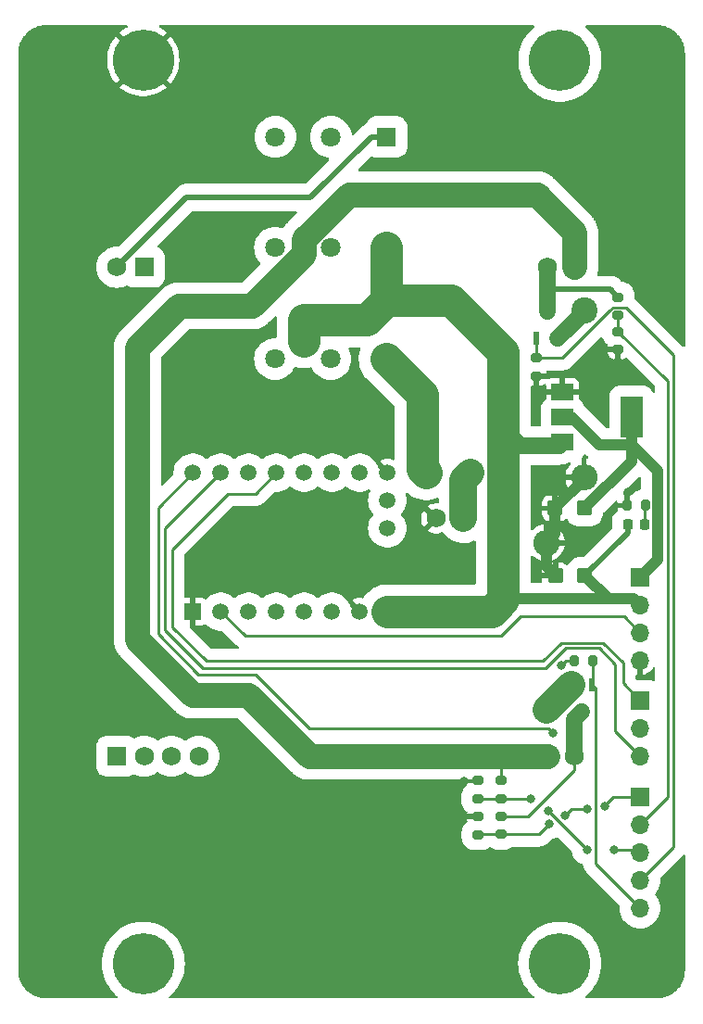
<source format=gbr>
%TF.GenerationSoftware,KiCad,Pcbnew,7.0.10-7.0.10~ubuntu22.04.1*%
%TF.CreationDate,2024-01-29T18:04:03-05:00*%
%TF.ProjectId,CoreIO,436f7265-494f-42e6-9b69-6361645f7063,rev?*%
%TF.SameCoordinates,Original*%
%TF.FileFunction,Copper,L1,Top*%
%TF.FilePolarity,Positive*%
%FSLAX46Y46*%
G04 Gerber Fmt 4.6, Leading zero omitted, Abs format (unit mm)*
G04 Created by KiCad (PCBNEW 7.0.10-7.0.10~ubuntu22.04.1) date 2024-01-29 18:04:03*
%MOMM*%
%LPD*%
G01*
G04 APERTURE LIST*
G04 Aperture macros list*
%AMRoundRect*
0 Rectangle with rounded corners*
0 $1 Rounding radius*
0 $2 $3 $4 $5 $6 $7 $8 $9 X,Y pos of 4 corners*
0 Add a 4 corners polygon primitive as box body*
4,1,4,$2,$3,$4,$5,$6,$7,$8,$9,$2,$3,0*
0 Add four circle primitives for the rounded corners*
1,1,$1+$1,$2,$3*
1,1,$1+$1,$4,$5*
1,1,$1+$1,$6,$7*
1,1,$1+$1,$8,$9*
0 Add four rect primitives between the rounded corners*
20,1,$1+$1,$2,$3,$4,$5,0*
20,1,$1+$1,$4,$5,$6,$7,0*
20,1,$1+$1,$6,$7,$8,$9,0*
20,1,$1+$1,$8,$9,$2,$3,0*%
G04 Aperture macros list end*
%TA.AperFunction,ComponentPad*%
%ADD10R,1.700000X1.700000*%
%TD*%
%TA.AperFunction,ComponentPad*%
%ADD11O,1.700000X1.700000*%
%TD*%
%TA.AperFunction,SMDPad,CuDef*%
%ADD12RoundRect,0.088500X0.206500X-0.516500X0.206500X0.516500X-0.206500X0.516500X-0.206500X-0.516500X0*%
%TD*%
%TA.AperFunction,ComponentPad*%
%ADD13C,3.600000*%
%TD*%
%TA.AperFunction,ConnectorPad*%
%ADD14C,5.600000*%
%TD*%
%TA.AperFunction,SMDPad,CuDef*%
%ADD15R,1.800000X1.700000*%
%TD*%
%TA.AperFunction,ComponentPad*%
%ADD16R,1.750000X1.750000*%
%TD*%
%TA.AperFunction,ComponentPad*%
%ADD17C,1.750000*%
%TD*%
%TA.AperFunction,ComponentPad*%
%ADD18R,1.800000X1.800000*%
%TD*%
%TA.AperFunction,ComponentPad*%
%ADD19C,1.800000*%
%TD*%
%TA.AperFunction,SMDPad,CuDef*%
%ADD20RoundRect,0.200000X-0.275000X0.200000X-0.275000X-0.200000X0.275000X-0.200000X0.275000X0.200000X0*%
%TD*%
%TA.AperFunction,SMDPad,CuDef*%
%ADD21RoundRect,0.218750X0.218750X0.256250X-0.218750X0.256250X-0.218750X-0.256250X0.218750X-0.256250X0*%
%TD*%
%TA.AperFunction,SMDPad,CuDef*%
%ADD22RoundRect,0.250000X0.450000X0.425000X-0.450000X0.425000X-0.450000X-0.425000X0.450000X-0.425000X0*%
%TD*%
%TA.AperFunction,SMDPad,CuDef*%
%ADD23RoundRect,0.200000X-0.200000X-0.275000X0.200000X-0.275000X0.200000X0.275000X-0.200000X0.275000X0*%
%TD*%
%TA.AperFunction,SMDPad,CuDef*%
%ADD24RoundRect,0.088500X-0.206500X0.516500X-0.206500X-0.516500X0.206500X-0.516500X0.206500X0.516500X0*%
%TD*%
%TA.AperFunction,ComponentPad*%
%ADD25R,1.508000X1.508000*%
%TD*%
%TA.AperFunction,ComponentPad*%
%ADD26C,1.508000*%
%TD*%
%TA.AperFunction,SMDPad,CuDef*%
%ADD27RoundRect,0.200000X0.275000X-0.200000X0.275000X0.200000X-0.275000X0.200000X-0.275000X-0.200000X0*%
%TD*%
%TA.AperFunction,SMDPad,CuDef*%
%ADD28R,2.000000X1.500000*%
%TD*%
%TA.AperFunction,SMDPad,CuDef*%
%ADD29R,2.000000X3.800000*%
%TD*%
%TA.AperFunction,SMDPad,CuDef*%
%ADD30RoundRect,0.200000X0.200000X0.275000X-0.200000X0.275000X-0.200000X-0.275000X0.200000X-0.275000X0*%
%TD*%
%TA.AperFunction,ComponentPad*%
%ADD31C,2.400000*%
%TD*%
%TA.AperFunction,ComponentPad*%
%ADD32O,2.400000X2.400000*%
%TD*%
%TA.AperFunction,ViaPad*%
%ADD33C,0.800000*%
%TD*%
%TA.AperFunction,ViaPad*%
%ADD34C,2.500000*%
%TD*%
%TA.AperFunction,ViaPad*%
%ADD35C,2.300000*%
%TD*%
%TA.AperFunction,Conductor*%
%ADD36C,1.000000*%
%TD*%
%TA.AperFunction,Conductor*%
%ADD37C,1.500000*%
%TD*%
%TA.AperFunction,Conductor*%
%ADD38C,0.250000*%
%TD*%
%TA.AperFunction,Conductor*%
%ADD39C,3.000000*%
%TD*%
%TA.AperFunction,Conductor*%
%ADD40C,0.508000*%
%TD*%
%TA.AperFunction,Conductor*%
%ADD41C,2.500000*%
%TD*%
%TA.AperFunction,Conductor*%
%ADD42C,2.300000*%
%TD*%
G04 APERTURE END LIST*
D10*
%TO.P,J5,1,Pin_1*%
%TO.N,/5V*%
X174210000Y-100970000D03*
D11*
%TO.P,J5,2,Pin_2*%
%TO.N,/V_BATT*%
X174210000Y-103510000D03*
%TO.P,J5,3,Pin_3*%
%TO.N,/3.3V*%
X174210000Y-106050000D03*
%TO.P,J5,4,Pin_4*%
%TO.N,GND*%
X174210000Y-108590000D03*
%TD*%
D12*
%TO.P,Q2,1*%
%TO.N,/PYRO 1*%
X164785000Y-79172500D03*
%TO.P,Q2,2*%
%TO.N,Net-(Q2-Pad2)*%
X166685000Y-79172500D03*
%TO.P,Q2,3*%
%TO.N,Net-(J3-Pin_2)*%
X165735000Y-76662500D03*
%TD*%
D13*
%TO.P,H4,1*%
%TO.N,N/C*%
X128821044Y-136276378D03*
D14*
X128821044Y-136276378D03*
%TD*%
D15*
%TO.P,D2,A*%
%TO.N,Net-(BT1-+)*%
X158750000Y-91440000D03*
%TO.P,D2,C*%
%TO.N,/SWITCH1*%
X154650000Y-91440000D03*
%TD*%
D16*
%TO.P,J2,1,Pin_1*%
%TO.N,Net-(J2-Pin_1)*%
X128910400Y-72665000D03*
D17*
%TO.P,J2,2,Pin_2*%
%TO.N,Net-(J2-Pin_2)*%
X126410400Y-72665000D03*
%TD*%
D18*
%TO.P,S1,1*%
%TO.N,/SWITCH1*%
X151023176Y-81059176D03*
D19*
%TO.P,S1,2*%
%TO.N,Net-(JP1-A)*%
X145943176Y-81059176D03*
%TO.P,S1,3*%
%TO.N,Net-(JP1-B)*%
X140863176Y-81059176D03*
%TD*%
D20*
%TO.P,R6,1*%
%TO.N,/PYRO 1*%
X164719000Y-80963000D03*
%TO.P,R6,2*%
%TO.N,GND*%
X164719000Y-82613000D03*
%TD*%
%TO.P,R8,1*%
%TO.N,/CONT 1*%
X172237400Y-78550000D03*
%TO.P,R8,2*%
%TO.N,GND*%
X172237400Y-80200000D03*
%TD*%
D21*
%TO.P,D1,1,K*%
%TO.N,Net-(D1-K)*%
X174675900Y-96215200D03*
%TO.P,D1,2,A*%
%TO.N,/V_BATT*%
X173100900Y-96215200D03*
%TD*%
D22*
%TO.P,C1,1*%
%TO.N,/5V*%
X169164000Y-94691200D03*
%TO.P,C1,2*%
%TO.N,GND*%
X166464000Y-94691200D03*
%TD*%
D16*
%TO.P,J3,1,Pin_1*%
%TO.N,/V_IGNITOR*%
X168255000Y-72665000D03*
D17*
%TO.P,J3,2,Pin_2*%
%TO.N,Net-(J3-Pin_2)*%
X165755000Y-72665000D03*
%TD*%
D18*
%TO.P,S2,1*%
%TO.N,/V_BATT*%
X151023058Y-70888941D03*
D19*
%TO.P,S2,2*%
%TO.N,Net-(JP2-A)*%
X145943058Y-70888941D03*
%TO.P,S2,3*%
%TO.N,Net-(JP2-B)*%
X140863058Y-70888941D03*
%TD*%
D13*
%TO.P,H3,1*%
%TO.N,N/C*%
X166909025Y-53739054D03*
D14*
X166909025Y-53739054D03*
%TD*%
D20*
%TO.P,R5,1*%
%TO.N,GND*%
X159385000Y-119571000D03*
%TO.P,R5,2*%
%TO.N,/ARM*%
X159385000Y-121221000D03*
%TD*%
D10*
%TO.P,Pyro2,1,Pin_1*%
%TO.N,/CONT 2*%
X174223940Y-121061705D03*
D11*
%TO.P,Pyro2,2,Pin_2*%
%TO.N,/CONT 1*%
X174223940Y-123601705D03*
%TO.P,Pyro2,3,Pin_3*%
%TO.N,/ARM*%
X174223940Y-126141705D03*
%TO.P,Pyro2,4,Pin_4*%
%TO.N,/PYRO 1*%
X174223940Y-128681705D03*
%TO.P,Pyro2,5,Pin_5*%
%TO.N,/PYRO 2*%
X174223940Y-131221705D03*
%TD*%
D16*
%TO.P,J4,1,Pin_1*%
%TO.N,/V_IGNITOR*%
X165755000Y-117348410D03*
D17*
%TO.P,J4,2,Pin_2*%
%TO.N,Net-(J4-Pin_2)*%
X168255000Y-117348410D03*
%TD*%
D20*
%TO.P,R10,1*%
%TO.N,Net-(J4-Pin_2)*%
X161544000Y-122822200D03*
%TO.P,R10,2*%
%TO.N,/CONT 2*%
X161544000Y-124472200D03*
%TD*%
D23*
%TO.P,R1,1*%
%TO.N,GND*%
X173063400Y-94437200D03*
%TO.P,R1,2*%
%TO.N,Net-(D1-K)*%
X174713400Y-94437200D03*
%TD*%
D24*
%TO.P,Q1,1*%
%TO.N,/PYRO 2*%
X169860000Y-110794100D03*
%TO.P,Q1,2*%
%TO.N,Net-(Q1-Pad2)*%
X167960000Y-110794100D03*
%TO.P,Q1,3*%
%TO.N,Net-(J4-Pin_2)*%
X168910000Y-113304100D03*
%TD*%
D16*
%TO.P,J1,1,Pin_1*%
%TO.N,Net-(J1-Pin_1)*%
X126410400Y-117348410D03*
D17*
%TO.P,J1,2,Pin_2*%
%TO.N,Net-(J1-Pin_2)*%
X128910400Y-117348410D03*
%TO.P,J1,3,Pin_3*%
%TO.N,Net-(J1-Pin_3)*%
X131410400Y-117348410D03*
%TO.P,J1,4,Pin_4*%
%TO.N,Net-(J1-Pin_4)*%
X133910400Y-117348410D03*
%TD*%
D25*
%TO.P,U1,1,GND*%
%TO.N,GND*%
X133350000Y-104140000D03*
D26*
%TO.P,U1,2,VIO*%
%TO.N,/3.3V*%
X135890000Y-104140000D03*
%TO.P,U1,3,M1B*%
%TO.N,Net-(J1-Pin_1)*%
X138430000Y-104140000D03*
%TO.P,U1,4,M1A*%
%TO.N,Net-(J1-Pin_2)*%
X140970000Y-104140000D03*
%TO.P,U1,5,M2A*%
%TO.N,Net-(J1-Pin_3)*%
X143510000Y-104140000D03*
%TO.P,U1,6,M2B*%
%TO.N,Net-(J1-Pin_4)*%
X146050000Y-104140000D03*
%TO.P,U1,7,GND*%
%TO.N,GND*%
X148590000Y-104140000D03*
%TO.P,U1,8,VM*%
%TO.N,/V_BATT*%
X151130000Y-104140000D03*
%TO.P,U1,9,DIR*%
%TO.N,/DIR*%
X133350000Y-91440000D03*
%TO.P,U1,10,STEP*%
%TO.N,/STEP*%
X135890000Y-91440000D03*
%TO.P,U1,11,PDN*%
%TO.N,unconnected-(U1-PDN-Pad11)*%
X138430000Y-91440000D03*
%TO.P,U1,12,UART*%
%TO.N,/UART*%
X140970000Y-91440000D03*
%TO.P,U1,13,SPRD*%
%TO.N,unconnected-(U1-SPRD-Pad13)*%
X143510000Y-91440000D03*
%TO.P,U1,14,MS2*%
%TO.N,unconnected-(U1-MS2-Pad14)*%
X146050000Y-91440000D03*
%TO.P,U1,15,MS1*%
%TO.N,unconnected-(U1-MS1-Pad15)*%
X148590000Y-91440000D03*
%TO.P,U1,16,~{EN}*%
%TO.N,GND*%
X151130000Y-91440000D03*
%TO.P,U1,17,INDEX*%
%TO.N,unconnected-(U1-INDEX-Pad17)*%
X151130000Y-96520000D03*
%TO.P,U1,18,DIAG*%
%TO.N,unconnected-(U1-DIAG-Pad18)*%
X151130000Y-93980000D03*
%TD*%
D27*
%TO.P,R11,1*%
%TO.N,/CONT 2*%
X159410400Y-124523000D03*
%TO.P,R11,2*%
%TO.N,GND*%
X159410400Y-122873000D03*
%TD*%
D13*
%TO.P,H2,1*%
%TO.N,N/C*%
X166902698Y-136268782D03*
D14*
X166902698Y-136268782D03*
%TD*%
D20*
%TO.P,R7,1*%
%TO.N,Net-(J3-Pin_2)*%
X172237400Y-75400400D03*
%TO.P,R7,2*%
%TO.N,/CONT 1*%
X172237400Y-77050400D03*
%TD*%
D18*
%TO.P,S3,1*%
%TO.N,Net-(J2-Pin_2)*%
X151059176Y-60762470D03*
D19*
%TO.P,S3,2*%
%TO.N,Net-(JP3-A)*%
X145979176Y-60762470D03*
%TO.P,S3,3*%
%TO.N,Net-(JP3-B)*%
X140899176Y-60762470D03*
%TD*%
D27*
%TO.P,R2,1*%
%TO.N,/ARM*%
X161544000Y-121221000D03*
%TO.P,R2,2*%
%TO.N,/V_IGNITOR*%
X161544000Y-119571000D03*
%TD*%
D22*
%TO.P,C2,1*%
%TO.N,/V_BATT*%
X169193200Y-100838000D03*
%TO.P,C2,2*%
%TO.N,GND*%
X166493200Y-100838000D03*
%TD*%
D28*
%TO.P,U2,3,VI*%
%TO.N,/V_BATT*%
X167150000Y-88660000D03*
D29*
%TO.P,U2,2,VO*%
%TO.N,/5V*%
X173450000Y-86360000D03*
D28*
X167150000Y-86360000D03*
%TO.P,U2,1,GND*%
%TO.N,GND*%
X167150000Y-84060000D03*
%TD*%
D13*
%TO.P,H1,1,1*%
%TO.N,GND*%
X128816000Y-53739054D03*
D14*
X128816000Y-53739054D03*
%TD*%
D10*
%TO.P,Stepper2,1,Pin_1*%
%TO.N,/UART*%
X174223940Y-112241705D03*
D11*
%TO.P,Stepper2,2,Pin_2*%
%TO.N,/DIR*%
X174223940Y-114781705D03*
%TO.P,Stepper2,3,Pin_3*%
%TO.N,/STEP*%
X174223940Y-117321705D03*
%TD*%
D30*
%TO.P,R9,1*%
%TO.N,/PYRO 2*%
X169912800Y-108610400D03*
%TO.P,R9,2*%
%TO.N,GND*%
X168262800Y-108610400D03*
%TD*%
D16*
%TO.P,BT1,1,+*%
%TO.N,Net-(BT1-+)*%
X158095000Y-95610000D03*
D17*
%TO.P,BT1,2,-*%
%TO.N,GND*%
X155595000Y-95610000D03*
%TD*%
D31*
%TO.P,R4,1*%
%TO.N,Net-(Q1-Pad2)*%
X165658800Y-113080800D03*
D32*
%TO.P,R4,2*%
%TO.N,GND*%
X165658800Y-97840800D03*
%TD*%
D31*
%TO.P,R3,1*%
%TO.N,Net-(Q2-Pad2)*%
X169113200Y-76606400D03*
D32*
%TO.P,R3,2*%
%TO.N,GND*%
X169113200Y-91846400D03*
%TD*%
D33*
%TO.N,GND*%
X167110000Y-83700000D03*
X167690000Y-84400000D03*
X166580000Y-84380000D03*
%TO.N,/ARM*%
X169410000Y-125880000D03*
X171884281Y-125905143D03*
X164236400Y-121234200D03*
X165830000Y-122300000D03*
%TO.N,/CONT 2*%
X169430000Y-122140000D03*
X171010000Y-121890000D03*
X167350000Y-122790000D03*
X165950000Y-123540000D03*
D34*
%TO.N,/V_BATT*%
X143510000Y-79375000D03*
D33*
%TO.N,GND*%
X172237400Y-81280000D03*
X173126400Y-93218000D03*
X158115000Y-119634000D03*
X167055800Y-109016800D03*
X158115000Y-122859800D03*
X164693600Y-83845400D03*
D35*
%TO.N,/V_IGNITOR*%
X143510000Y-70485000D03*
D33*
%TO.N,/DIR*%
X166293800Y-115214400D03*
%TD*%
D36*
%TO.N,/5V*%
X173450000Y-88893000D02*
X170533000Y-88893000D01*
X170533000Y-88893000D02*
X168000000Y-86360000D01*
X168000000Y-86360000D02*
X167150000Y-86360000D01*
X173450000Y-86360000D02*
X173450000Y-88893000D01*
X169164000Y-94691200D02*
X173450000Y-90405200D01*
X173450000Y-90405200D02*
X173450000Y-88893000D01*
X173450000Y-88893000D02*
X175813400Y-91256400D01*
X175813400Y-91256400D02*
X175813400Y-99366600D01*
X175813400Y-99366600D02*
X174210000Y-100970000D01*
D37*
%TO.N,/V_BATT*%
X167150000Y-88660000D02*
X166840000Y-88970000D01*
X166840000Y-88970000D02*
X163341200Y-88970000D01*
X163341200Y-88970000D02*
X161721800Y-87350600D01*
D38*
%TO.N,/ARM*%
X169410000Y-125880000D02*
X169500000Y-125860000D01*
X169390000Y-125860000D02*
X169410000Y-125880000D01*
X159385000Y-121221000D02*
X161544000Y-121221000D01*
X171884281Y-125905143D02*
X173987378Y-125905143D01*
X161544000Y-121221000D02*
X164223200Y-121221000D01*
X173987378Y-125905143D02*
X174223940Y-126141705D01*
X164223200Y-121221000D02*
X164236400Y-121234200D01*
X165830000Y-122300000D02*
X169390000Y-125860000D01*
%TO.N,/CONT 2*%
X174223940Y-121061705D02*
X171818295Y-121061705D01*
X161544000Y-124472200D02*
X159461200Y-124472200D01*
X169430000Y-122140000D02*
X167990000Y-122140000D01*
X171010000Y-121890000D02*
X170990000Y-121890000D01*
X165950000Y-123540000D02*
X165017800Y-124472200D01*
X167990000Y-122140000D02*
X167350000Y-122780000D01*
X167350000Y-122790000D02*
X167340000Y-122790000D01*
X161493200Y-124523000D02*
X161544000Y-124472200D01*
X170990000Y-121890000D02*
X171010000Y-121870000D01*
X165017800Y-124472200D02*
X161544000Y-124472200D01*
X167350000Y-122780000D02*
X167350000Y-122790000D01*
X159461200Y-124472200D02*
X159410400Y-124523000D01*
X171010000Y-121870000D02*
X171010000Y-121890000D01*
X171818295Y-121061705D02*
X171010000Y-121870000D01*
X167340000Y-122790000D02*
X167300000Y-122830000D01*
%TO.N,/CONT 1*%
X176733200Y-121092445D02*
X174223940Y-123601705D01*
X172237400Y-77050400D02*
X172237400Y-78550000D01*
X172237400Y-78550000D02*
X176733200Y-83045800D01*
X176733200Y-83045800D02*
X176733200Y-121092445D01*
%TO.N,/PYRO 2*%
X169860000Y-110794100D02*
X170155000Y-111089100D01*
X169912800Y-110741300D02*
X169860000Y-110794100D01*
X169926000Y-110728100D02*
X169860000Y-110794100D01*
X169912800Y-108610400D02*
X169912800Y-110741300D01*
X170155000Y-127152765D02*
X174223940Y-131221705D01*
X170155000Y-111089100D02*
X170155000Y-127152765D01*
%TO.N,/PYRO 1*%
X167118800Y-80963000D02*
X171437400Y-76644400D01*
X177292000Y-80670400D02*
X177292000Y-125613645D01*
X164785000Y-80897000D02*
X164719000Y-80963000D01*
X171437400Y-76644400D02*
X171437400Y-76627396D01*
X177292000Y-125613645D02*
X174223940Y-128681705D01*
X171437400Y-76627396D02*
X171739396Y-76325400D01*
X164719000Y-80963000D02*
X167118800Y-80963000D01*
X172947000Y-76325400D02*
X177292000Y-80670400D01*
X164785000Y-79172500D02*
X164785000Y-80897000D01*
X171739396Y-76325400D02*
X172947000Y-76325400D01*
D36*
%TO.N,/V_BATT*%
X174210000Y-103510000D02*
X173671600Y-102971600D01*
X171326800Y-102971600D02*
X171380000Y-102971600D01*
D39*
X156951942Y-75671942D02*
X161721800Y-80441800D01*
D36*
X173671600Y-102971600D02*
X161823400Y-102971600D01*
D39*
X151023058Y-70888941D02*
X151023058Y-75671942D01*
D40*
X173100900Y-96930300D02*
X169193200Y-100838000D01*
D39*
X151023058Y-75671942D02*
X149225000Y-77470000D01*
D36*
X161823400Y-102971600D02*
X161721800Y-103073200D01*
D39*
X161721800Y-80441800D02*
X161721800Y-87350600D01*
X161721800Y-87350600D02*
X161721800Y-90754200D01*
D36*
X160655000Y-104140000D02*
X162056200Y-104140000D01*
D39*
X161721800Y-90754200D02*
X161721800Y-103073200D01*
X151023058Y-75671942D02*
X156951942Y-75671942D01*
D37*
X161784000Y-90692000D02*
X161721800Y-90754200D01*
D36*
X169193200Y-100838000D02*
X171326800Y-102971600D01*
D39*
X160655000Y-104140000D02*
X151130000Y-104140000D01*
X143510000Y-77470000D02*
X143510000Y-79375000D01*
X161721800Y-103073200D02*
X160655000Y-104140000D01*
X149225000Y-77470000D02*
X143510000Y-77470000D01*
D40*
X173100900Y-96215200D02*
X173100900Y-96930300D01*
D36*
%TO.N,GND*%
X166464000Y-94691200D02*
X166464000Y-97035600D01*
D38*
X164719000Y-83820000D02*
X164693600Y-83845400D01*
D36*
X169113200Y-91846400D02*
X169113200Y-92042000D01*
D38*
X167462200Y-108610400D02*
X167055800Y-109016800D01*
D36*
X169113200Y-92042000D02*
X166464000Y-94691200D01*
D38*
X173063400Y-94437200D02*
X173063400Y-93281000D01*
X172237400Y-80200000D02*
X172237400Y-81280000D01*
D36*
X166464000Y-97035600D02*
X165658800Y-97840800D01*
D38*
X168262800Y-108610400D02*
X167462200Y-108610400D01*
X173063400Y-93281000D02*
X173126400Y-93218000D01*
X164719000Y-82613000D02*
X164719000Y-83820000D01*
D36*
X165658800Y-97840800D02*
X165658800Y-100003600D01*
X165658800Y-100003600D02*
X166493200Y-100838000D01*
D38*
X158128200Y-122873000D02*
X158115000Y-122859800D01*
X158178000Y-119571000D02*
X158115000Y-119634000D01*
X159385000Y-119571000D02*
X158178000Y-119571000D01*
X159410400Y-122873000D02*
X158128200Y-122873000D01*
D39*
%TO.N,/SWITCH1*%
X151023176Y-81059176D02*
X154305000Y-84341000D01*
X154305000Y-84341000D02*
X154305000Y-91095000D01*
X154305000Y-91095000D02*
X154650000Y-91440000D01*
D41*
%TO.N,Net-(BT1-+)*%
X158095000Y-92095000D02*
X158750000Y-91440000D01*
X158095000Y-95610000D02*
X158095000Y-92095000D01*
D42*
%TO.N,/V_IGNITOR*%
X132080000Y-76200000D02*
X128270000Y-80010000D01*
X138733980Y-76200000D02*
X132080000Y-76200000D01*
X143510000Y-70485000D02*
X143510000Y-71423980D01*
X164805000Y-66040000D02*
X168255000Y-69490000D01*
D38*
X161544000Y-119571000D02*
X161544000Y-117475410D01*
D42*
X143510000Y-71423980D02*
X138733980Y-76200000D01*
X161671000Y-117348410D02*
X165755000Y-117348410D01*
X128270000Y-80010000D02*
X128270000Y-106680000D01*
X143510000Y-70140018D02*
X147610018Y-66040000D01*
X138430000Y-111760000D02*
X144018410Y-117348410D01*
X147610018Y-66040000D02*
X164805000Y-66040000D01*
X168255000Y-69490000D02*
X168255000Y-72665000D01*
X143510000Y-70485000D02*
X143510000Y-70140018D01*
X133350000Y-111760000D02*
X138430000Y-111760000D01*
X144018410Y-117348410D02*
X161671000Y-117348410D01*
X128270000Y-106680000D02*
X133350000Y-111760000D01*
D38*
X161544000Y-117475410D02*
X161671000Y-117348410D01*
%TO.N,Net-(D1-K)*%
X174675900Y-94474700D02*
X174713400Y-94437200D01*
X174675900Y-96215200D02*
X174675900Y-94474700D01*
D40*
%TO.N,Net-(J2-Pin_2)*%
X151059176Y-60762470D02*
X149651176Y-60762470D01*
X149651176Y-60762470D02*
X144119646Y-66294000D01*
X132781400Y-66294000D02*
X126410400Y-72665000D01*
X144119646Y-66294000D02*
X132781400Y-66294000D01*
D38*
%TO.N,Net-(J3-Pin_2)*%
X165879500Y-76518000D02*
X165735000Y-76662500D01*
D40*
X171538400Y-74701400D02*
X165755000Y-74701400D01*
D37*
X165755000Y-74701400D02*
X165755000Y-76642500D01*
D40*
X172237400Y-75400400D02*
X171538400Y-74701400D01*
D37*
X165755000Y-72665000D02*
X165755000Y-74701400D01*
X165755000Y-76642500D02*
X165735000Y-76662500D01*
D38*
%TO.N,Net-(J4-Pin_2)*%
X168255000Y-117348410D02*
X168255000Y-118585846D01*
X164018646Y-122822200D02*
X161544000Y-122822200D01*
D37*
X168255000Y-117348410D02*
X168255000Y-113959100D01*
X168255000Y-113959100D02*
X168910000Y-113304100D01*
D38*
X168255000Y-118585846D02*
X164018646Y-122822200D01*
%TO.N,/DIR*%
X133350000Y-91440000D02*
X130175000Y-94615000D01*
X139065000Y-109855000D02*
X143991705Y-114781705D01*
X130175000Y-106197400D02*
X133832600Y-109855000D01*
X143991705Y-114781705D02*
X165861105Y-114781705D01*
X130175000Y-94615000D02*
X130175000Y-106197400D01*
X165861105Y-114781705D02*
X166293800Y-115214400D01*
X133832600Y-109855000D02*
X139065000Y-109855000D01*
%TO.N,/STEP*%
X167436800Y-107467400D02*
X170484800Y-107467400D01*
X130810000Y-96520000D02*
X130810000Y-105816400D01*
X135890000Y-91440000D02*
X130810000Y-96520000D01*
X171983400Y-115081165D02*
X174223940Y-117321705D01*
X165633400Y-109270800D02*
X167436800Y-107467400D01*
X170484800Y-107467400D02*
X171983400Y-108966000D01*
X171983400Y-108966000D02*
X171983400Y-115081165D01*
X134264400Y-109270800D02*
X165633400Y-109270800D01*
X130810000Y-105816400D02*
X134264400Y-109270800D01*
%TO.N,/UART*%
X136525000Y-93345000D02*
X131445000Y-98425000D01*
X170865800Y-106984800D02*
X172669200Y-108788200D01*
X172669200Y-108788200D02*
X172669200Y-110686965D01*
X134569200Y-108661200D02*
X165328600Y-108661200D01*
X131445000Y-98425000D02*
X131445000Y-105537000D01*
X139065000Y-93345000D02*
X136525000Y-93345000D01*
X131445000Y-105537000D02*
X134569200Y-108661200D01*
X172669200Y-110686965D02*
X174223940Y-112241705D01*
X167005000Y-106984800D02*
X170865800Y-106984800D01*
X165328600Y-108661200D02*
X167005000Y-106984800D01*
X140970000Y-91440000D02*
X139065000Y-93345000D01*
D37*
%TO.N,Net-(Q2-Pad2)*%
X169113200Y-76744300D02*
X166685000Y-79172500D01*
X169113200Y-76606400D02*
X169113200Y-76744300D01*
D41*
%TO.N,Net-(Q1-Pad2)*%
X167945500Y-110794100D02*
X165658800Y-113080800D01*
X167960000Y-110794100D02*
X167945500Y-110794100D01*
D38*
%TO.N,/3.3V*%
X172757200Y-104597200D02*
X163322000Y-104597200D01*
X174210000Y-106050000D02*
X172757200Y-104597200D01*
X138125200Y-106375200D02*
X135890000Y-104140000D01*
X161544000Y-106375200D02*
X138125200Y-106375200D01*
X163322000Y-104597200D02*
X161544000Y-106375200D01*
%TD*%
%TA.AperFunction,Conductor*%
%TO.N,GND*%
G36*
X127337937Y-50576890D02*
G01*
X127383692Y-50629694D01*
X127393636Y-50698852D01*
X127364611Y-50762408D01*
X127322964Y-50793744D01*
X127267990Y-50819177D01*
X126961370Y-51003663D01*
X126961367Y-51003665D01*
X126676486Y-51220224D01*
X126676485Y-51220225D01*
X126663257Y-51232756D01*
X126663256Y-51232757D01*
X127871819Y-52441320D01*
X127681130Y-52604184D01*
X127518266Y-52794873D01*
X126312442Y-51589049D01*
X126312441Y-51589050D01*
X126185033Y-51739046D01*
X125984218Y-52035226D01*
X125816606Y-52351376D01*
X125816597Y-52351394D01*
X125684149Y-52683814D01*
X125684147Y-52683821D01*
X125588421Y-53028596D01*
X125588415Y-53028622D01*
X125530527Y-53381722D01*
X125530526Y-53381739D01*
X125511153Y-53739051D01*
X125511153Y-53739056D01*
X125530526Y-54096368D01*
X125530527Y-54096385D01*
X125588415Y-54449485D01*
X125588421Y-54449511D01*
X125684147Y-54794286D01*
X125684149Y-54794293D01*
X125816597Y-55126713D01*
X125816606Y-55126731D01*
X125984218Y-55442881D01*
X126185024Y-55739048D01*
X126185035Y-55739062D01*
X126312441Y-55889056D01*
X126312442Y-55889056D01*
X127518265Y-54683233D01*
X127681130Y-54873924D01*
X127871819Y-55036787D01*
X126663257Y-56245348D01*
X126676495Y-56257890D01*
X126961367Y-56474442D01*
X126961370Y-56474444D01*
X127267990Y-56658930D01*
X127592739Y-56809176D01*
X127592744Y-56809177D01*
X127931855Y-56923437D01*
X128281339Y-57000365D01*
X128637075Y-57039053D01*
X128637085Y-57039054D01*
X128994915Y-57039054D01*
X128994924Y-57039053D01*
X129350660Y-57000365D01*
X129700144Y-56923437D01*
X130039255Y-56809177D01*
X130039260Y-56809176D01*
X130364009Y-56658930D01*
X130670629Y-56474444D01*
X130670632Y-56474442D01*
X130955509Y-56257885D01*
X130968742Y-56245349D01*
X130968742Y-56245348D01*
X129760181Y-55036787D01*
X129950870Y-54873924D01*
X130113733Y-54683234D01*
X131319556Y-55889056D01*
X131446972Y-55739052D01*
X131446975Y-55739048D01*
X131647781Y-55442881D01*
X131815393Y-55126731D01*
X131815402Y-55126713D01*
X131947850Y-54794293D01*
X131947852Y-54794286D01*
X132043578Y-54449511D01*
X132043584Y-54449485D01*
X132101472Y-54096385D01*
X132101473Y-54096368D01*
X132120847Y-53739056D01*
X132120847Y-53739051D01*
X132101473Y-53381739D01*
X132101472Y-53381722D01*
X132043584Y-53028622D01*
X132043578Y-53028596D01*
X131947852Y-52683821D01*
X131947850Y-52683814D01*
X131815402Y-52351394D01*
X131815393Y-52351376D01*
X131647781Y-52035226D01*
X131446975Y-51739059D01*
X131446964Y-51739045D01*
X131319556Y-51589050D01*
X130113733Y-52794873D01*
X129950870Y-52604184D01*
X129760180Y-52441320D01*
X130968742Y-51232758D01*
X130955504Y-51220217D01*
X130670632Y-51003665D01*
X130670629Y-51003663D01*
X130364009Y-50819177D01*
X130309036Y-50793744D01*
X130256458Y-50747730D01*
X130237104Y-50680594D01*
X130257118Y-50613653D01*
X130310147Y-50568158D01*
X130361102Y-50557205D01*
X164446023Y-50557205D01*
X164513062Y-50576890D01*
X164558817Y-50629694D01*
X164568761Y-50698852D01*
X164539736Y-50762408D01*
X164526793Y-50775291D01*
X164287241Y-50980938D01*
X164021654Y-51260337D01*
X163785708Y-51565154D01*
X163581799Y-51892294D01*
X163412040Y-52238374D01*
X163412034Y-52238387D01*
X163278161Y-52599853D01*
X163278161Y-52599854D01*
X163181536Y-52973040D01*
X163123164Y-53354070D01*
X163103641Y-53739054D01*
X163123164Y-54124037D01*
X163181536Y-54505067D01*
X163278161Y-54878253D01*
X163278161Y-54878254D01*
X163412034Y-55239720D01*
X163412040Y-55239733D01*
X163581799Y-55585813D01*
X163581800Y-55585814D01*
X163785705Y-55912949D01*
X164021659Y-56217776D01*
X164265639Y-56474444D01*
X164287241Y-56497169D01*
X164579724Y-56748257D01*
X164579727Y-56748259D01*
X164896114Y-56968471D01*
X165233156Y-57155545D01*
X165233160Y-57155547D01*
X165374851Y-57216351D01*
X165587395Y-57307561D01*
X165587405Y-57307564D01*
X165587410Y-57307566D01*
X165955185Y-57422956D01*
X165955188Y-57422956D01*
X165955196Y-57422959D01*
X166332784Y-57500556D01*
X166639584Y-57531754D01*
X166716284Y-57539554D01*
X166716285Y-57539554D01*
X167101766Y-57539554D01*
X167165681Y-57533054D01*
X167485266Y-57500556D01*
X167862854Y-57422959D01*
X168230655Y-57307561D01*
X168584894Y-57155545D01*
X168921936Y-56968471D01*
X169238323Y-56748259D01*
X169530809Y-56497169D01*
X169796391Y-56217776D01*
X170032345Y-55912949D01*
X170236250Y-55585814D01*
X170406012Y-55239729D01*
X170539891Y-54878246D01*
X170636513Y-54505072D01*
X170694885Y-54124038D01*
X170714409Y-53739054D01*
X170694885Y-53354070D01*
X170636513Y-52973036D01*
X170539891Y-52599862D01*
X170514616Y-52531619D01*
X170406015Y-52238387D01*
X170406014Y-52238386D01*
X170406012Y-52238379D01*
X170236250Y-51892294D01*
X170032345Y-51565159D01*
X169905426Y-51401194D01*
X169796395Y-51260337D01*
X169796394Y-51260336D01*
X169796391Y-51260332D01*
X169530809Y-50980939D01*
X169530808Y-50980938D01*
X169291257Y-50775291D01*
X169253212Y-50716688D01*
X169252890Y-50646819D01*
X169290393Y-50587867D01*
X169353815Y-50558550D01*
X169372027Y-50557205D01*
X175800458Y-50557205D01*
X175807410Y-50557399D01*
X175919432Y-50563692D01*
X176088285Y-50573909D01*
X176101535Y-50575431D01*
X176233524Y-50597858D01*
X176234946Y-50598109D01*
X176380150Y-50624721D01*
X176392104Y-50627532D01*
X176524674Y-50665727D01*
X176527147Y-50666468D01*
X176664078Y-50709139D01*
X176674623Y-50712958D01*
X176715399Y-50729849D01*
X176803597Y-50766383D01*
X176807015Y-50767858D01*
X176936234Y-50826017D01*
X176945309Y-50830558D01*
X177068279Y-50898523D01*
X177072381Y-50900896D01*
X177192909Y-50973759D01*
X177200514Y-50978746D01*
X177315436Y-51060289D01*
X177320154Y-51063808D01*
X177430671Y-51150394D01*
X177436825Y-51155545D01*
X177542049Y-51249581D01*
X177547103Y-51254360D01*
X177646278Y-51353537D01*
X177651043Y-51358576D01*
X177745095Y-51463821D01*
X177750223Y-51469949D01*
X177836831Y-51580500D01*
X177840349Y-51585216D01*
X177865588Y-51620788D01*
X177921870Y-51700111D01*
X177926856Y-51707715D01*
X177999706Y-51828225D01*
X178002111Y-51832383D01*
X178070065Y-51955339D01*
X178074609Y-51964421D01*
X178132744Y-52093595D01*
X178134229Y-52097033D01*
X178187652Y-52226010D01*
X178191476Y-52236572D01*
X178234124Y-52373435D01*
X178234893Y-52375997D01*
X178273077Y-52508537D01*
X178275892Y-52520514D01*
X178302479Y-52665600D01*
X178302758Y-52667181D01*
X178325175Y-52799120D01*
X178326700Y-52812385D01*
X178336542Y-52974701D01*
X178336574Y-52975253D01*
X178343245Y-53094037D01*
X178343440Y-53100990D01*
X178343440Y-79828410D01*
X178323755Y-79895449D01*
X178270951Y-79941204D01*
X178201793Y-79951148D01*
X178138237Y-79922123D01*
X178121971Y-79905064D01*
X178110267Y-79890182D01*
X178062759Y-79849016D01*
X178056281Y-79842984D01*
X173816624Y-75603327D01*
X173803295Y-75587569D01*
X173801468Y-75585003D01*
X173801465Y-75585000D01*
X173751330Y-75537196D01*
X173716395Y-75476687D01*
X173712900Y-75447453D01*
X173712900Y-75126304D01*
X173706481Y-75033838D01*
X173706481Y-75033833D01*
X173706479Y-75033827D01*
X173706479Y-75033822D01*
X173655545Y-74817264D01*
X173655544Y-74817261D01*
X173655543Y-74817257D01*
X173583194Y-74653402D01*
X173565678Y-74613731D01*
X173557522Y-74601825D01*
X173439942Y-74430179D01*
X173439937Y-74430173D01*
X173282626Y-74272862D01*
X173282620Y-74272857D01*
X173099068Y-74147121D01*
X172895551Y-74057260D01*
X172895535Y-74057254D01*
X172678977Y-74006320D01*
X172678963Y-74006318D01*
X172659142Y-74004942D01*
X172593627Y-73980660D01*
X172580052Y-73968921D01*
X172480206Y-73869075D01*
X172470939Y-73858706D01*
X172460449Y-73845552D01*
X172448811Y-73830958D01*
X172448809Y-73830956D01*
X172398733Y-73787205D01*
X172392637Y-73781506D01*
X172385628Y-73774497D01*
X172385625Y-73774494D01*
X172367501Y-73759363D01*
X172354216Y-73748271D01*
X172352103Y-73746466D01*
X172278759Y-73682388D01*
X172278757Y-73682386D01*
X172278753Y-73682383D01*
X172278744Y-73682377D01*
X172274966Y-73680120D01*
X172259098Y-73668862D01*
X172255707Y-73666031D01*
X172255702Y-73666027D01*
X172170932Y-73617928D01*
X172168527Y-73616527D01*
X172084906Y-73566565D01*
X172084902Y-73566563D01*
X172080766Y-73565011D01*
X172063153Y-73556771D01*
X172059314Y-73554593D01*
X172059300Y-73554586D01*
X171967352Y-73522412D01*
X171964737Y-73521464D01*
X171873497Y-73487222D01*
X171873498Y-73487222D01*
X171873492Y-73487220D01*
X171869140Y-73486430D01*
X171850342Y-73481468D01*
X171846172Y-73480009D01*
X171846162Y-73480006D01*
X171749916Y-73464763D01*
X171747193Y-73464300D01*
X171716777Y-73458781D01*
X171651310Y-73446900D01*
X171651307Y-73446900D01*
X171646893Y-73446900D01*
X171627494Y-73445373D01*
X171626372Y-73445195D01*
X171623129Y-73444681D01*
X171525689Y-73446869D01*
X171522907Y-73446900D01*
X170435057Y-73446900D01*
X170368018Y-73427215D01*
X170322263Y-73374411D01*
X170312319Y-73305253D01*
X170318217Y-73281374D01*
X170326742Y-73257386D01*
X170330592Y-73246554D01*
X170330593Y-73246547D01*
X170330595Y-73246543D01*
X170371968Y-73047442D01*
X170390448Y-72958511D01*
X170405500Y-72738462D01*
X170405500Y-69606602D01*
X170406150Y-69593922D01*
X170409268Y-69563592D01*
X170405571Y-69455395D01*
X170405500Y-69451163D01*
X170405500Y-69416547D01*
X170405500Y-69416538D01*
X170403133Y-69381941D01*
X170402921Y-69377810D01*
X170399224Y-69269567D01*
X170399223Y-69269561D01*
X170399223Y-69269558D01*
X170394042Y-69239517D01*
X170392528Y-69226912D01*
X170390448Y-69196489D01*
X170368424Y-69090502D01*
X170367633Y-69086343D01*
X170363223Y-69060766D01*
X170349237Y-68979649D01*
X170340013Y-68950586D01*
X170336796Y-68938303D01*
X170330592Y-68908446D01*
X170294319Y-68806385D01*
X170293015Y-68802507D01*
X170260239Y-68699237D01*
X170254218Y-68686578D01*
X170247142Y-68671697D01*
X170242284Y-68659969D01*
X170236529Y-68643777D01*
X170232072Y-68631236D01*
X170182259Y-68535103D01*
X170180380Y-68531319D01*
X170133884Y-68433552D01*
X170117166Y-68408065D01*
X170110752Y-68397101D01*
X170096724Y-68370027D01*
X170096721Y-68370023D01*
X170034282Y-68281567D01*
X170031923Y-68278100D01*
X169972538Y-68187559D01*
X169972536Y-68187557D01*
X169972535Y-68187556D01*
X169972534Y-68187554D01*
X169952485Y-68164561D01*
X169944654Y-68154592D01*
X169927065Y-68129674D01*
X169927060Y-68129669D01*
X169927059Y-68129667D01*
X169853178Y-68050561D01*
X169850339Y-68047415D01*
X169827582Y-68021315D01*
X169827579Y-68021312D01*
X169803068Y-67996801D01*
X169800154Y-67993786D01*
X169726253Y-67914658D01*
X169702610Y-67895424D01*
X169693184Y-67886917D01*
X166408082Y-64601815D01*
X166399574Y-64592388D01*
X166380337Y-64568742D01*
X166301227Y-64494858D01*
X166298183Y-64491916D01*
X166273695Y-64467428D01*
X166273688Y-64467421D01*
X166247562Y-64444640D01*
X166244430Y-64441813D01*
X166165333Y-64367941D01*
X166165329Y-64367938D01*
X166165326Y-64367935D01*
X166140405Y-64350343D01*
X166130425Y-64342503D01*
X166107447Y-64322468D01*
X166107438Y-64322461D01*
X166016923Y-64263092D01*
X166013423Y-64260710D01*
X165924983Y-64198282D01*
X165924977Y-64198278D01*
X165897899Y-64184248D01*
X165886938Y-64177836D01*
X165861443Y-64161113D01*
X165861435Y-64161109D01*
X165763690Y-64114624D01*
X165759898Y-64112741D01*
X165663761Y-64062926D01*
X165635030Y-64052715D01*
X165623304Y-64047858D01*
X165595768Y-64034763D01*
X165595759Y-64034759D01*
X165492575Y-64002010D01*
X165488563Y-64000661D01*
X165386558Y-63964409D01*
X165386555Y-63964408D01*
X165386554Y-63964408D01*
X165356690Y-63958201D01*
X165344414Y-63954986D01*
X165315360Y-63945765D01*
X165315354Y-63945763D01*
X165315351Y-63945763D01*
X165266993Y-63937424D01*
X165208670Y-63927368D01*
X165204515Y-63926578D01*
X165098508Y-63904551D01*
X165098509Y-63904551D01*
X165068084Y-63902470D01*
X165055482Y-63900956D01*
X165025439Y-63895776D01*
X164917226Y-63892078D01*
X164913004Y-63891861D01*
X164878473Y-63889500D01*
X164878462Y-63889500D01*
X164843836Y-63889500D01*
X164839603Y-63889428D01*
X164731408Y-63885732D01*
X164731407Y-63885732D01*
X164731405Y-63885732D01*
X164731403Y-63885732D01*
X164701077Y-63888850D01*
X164688397Y-63889500D01*
X148597639Y-63889500D01*
X148530600Y-63869815D01*
X148484845Y-63817011D01*
X148474901Y-63747853D01*
X148503926Y-63684297D01*
X148509958Y-63677819D01*
X148650198Y-63537577D01*
X149593830Y-62593945D01*
X149655151Y-62560462D01*
X149724842Y-62565446D01*
X149738910Y-62571715D01*
X149786127Y-62596379D01*
X149981758Y-62652356D01*
X150101139Y-62662970D01*
X152017212Y-62662969D01*
X152136594Y-62652356D01*
X152332225Y-62596379D01*
X152512583Y-62502168D01*
X152670285Y-62373579D01*
X152798874Y-62215877D01*
X152893085Y-62035519D01*
X152949062Y-61839888D01*
X152959676Y-61720507D01*
X152959675Y-59804434D01*
X152949062Y-59685052D01*
X152900323Y-59514717D01*
X152893086Y-59489424D01*
X152893085Y-59489423D01*
X152893085Y-59489421D01*
X152798874Y-59309063D01*
X152746860Y-59245273D01*
X152670285Y-59151360D01*
X152520589Y-59029300D01*
X152512583Y-59022772D01*
X152332225Y-58928561D01*
X152332224Y-58928560D01*
X152332221Y-58928559D01*
X152215005Y-58895020D01*
X152136594Y-58872584D01*
X152136591Y-58872583D01*
X152136589Y-58872583D01*
X152070278Y-58866687D01*
X152017213Y-58861970D01*
X152017208Y-58861970D01*
X150101147Y-58861970D01*
X150101141Y-58861970D01*
X150101140Y-58861971D01*
X150089492Y-58863006D01*
X149981760Y-58872583D01*
X149786130Y-58928559D01*
X149695948Y-58975666D01*
X149605769Y-59022772D01*
X149605767Y-59022773D01*
X149605766Y-59022774D01*
X149448066Y-59151360D01*
X149319480Y-59309060D01*
X149319478Y-59309063D01*
X149312460Y-59322499D01*
X149225264Y-59489426D01*
X149212104Y-59535419D01*
X149174736Y-59594457D01*
X149146691Y-59613026D01*
X149128237Y-59621913D01*
X149120818Y-59625486D01*
X149118300Y-59626664D01*
X149029567Y-59666969D01*
X149025925Y-59669491D01*
X149009124Y-59679275D01*
X149008312Y-59679666D01*
X149005145Y-59681191D01*
X149005139Y-59681195D01*
X148926316Y-59738462D01*
X148924051Y-59740069D01*
X148843947Y-59795567D01*
X148840814Y-59798700D01*
X148826044Y-59811314D01*
X148822463Y-59813915D01*
X148822455Y-59813923D01*
X148755099Y-59884371D01*
X148753154Y-59886359D01*
X148075884Y-60563629D01*
X148014561Y-60597114D01*
X147944869Y-60592130D01*
X147888936Y-60550258D01*
X147866295Y-60495591D01*
X147866079Y-60495638D01*
X147865818Y-60494440D01*
X147865463Y-60493582D01*
X147865138Y-60491325D01*
X147865137Y-60491310D01*
X147807351Y-60225669D01*
X147712348Y-59970957D01*
X147712346Y-59970954D01*
X147712345Y-59970950D01*
X147582066Y-59732362D01*
X147582065Y-59732361D01*
X147582063Y-59732357D01*
X147419147Y-59514728D01*
X147419142Y-59514723D01*
X147419137Y-59514717D01*
X147226928Y-59322508D01*
X147226922Y-59322503D01*
X147226918Y-59322499D01*
X147009289Y-59159583D01*
X147009284Y-59159580D01*
X147009283Y-59159579D01*
X146770694Y-59029300D01*
X146770695Y-59029300D01*
X146721096Y-59010800D01*
X146515977Y-58934295D01*
X146515970Y-58934293D01*
X146515969Y-58934293D01*
X146250343Y-58876510D01*
X146250336Y-58876509D01*
X145979177Y-58857115D01*
X145979175Y-58857115D01*
X145708015Y-58876509D01*
X145708008Y-58876510D01*
X145442382Y-58934293D01*
X145442378Y-58934294D01*
X145442375Y-58934295D01*
X145315019Y-58981796D01*
X145187656Y-59029300D01*
X144949068Y-59159579D01*
X144949067Y-59159580D01*
X144731435Y-59322498D01*
X144731423Y-59322508D01*
X144539214Y-59514717D01*
X144539204Y-59514729D01*
X144376286Y-59732361D01*
X144376285Y-59732362D01*
X144246006Y-59970950D01*
X144198502Y-60098313D01*
X144151001Y-60225669D01*
X144151000Y-60225672D01*
X144150999Y-60225676D01*
X144093216Y-60491302D01*
X144093215Y-60491309D01*
X144073821Y-60762468D01*
X144073821Y-60762471D01*
X144093215Y-61033630D01*
X144093216Y-61033637D01*
X144150999Y-61299263D01*
X144151001Y-61299271D01*
X144227506Y-61504390D01*
X144246006Y-61553989D01*
X144376285Y-61792577D01*
X144376286Y-61792578D01*
X144376289Y-61792583D01*
X144539205Y-62010212D01*
X144539209Y-62010216D01*
X144539214Y-62010222D01*
X144731423Y-62202431D01*
X144731429Y-62202436D01*
X144731434Y-62202441D01*
X144949063Y-62365357D01*
X144949067Y-62365359D01*
X144949068Y-62365360D01*
X145187657Y-62495639D01*
X145187656Y-62495639D01*
X145187660Y-62495640D01*
X145187663Y-62495642D01*
X145442375Y-62590645D01*
X145708016Y-62648431D01*
X145708031Y-62648432D01*
X145710288Y-62648757D01*
X145710993Y-62649079D01*
X145712344Y-62649373D01*
X145712280Y-62649666D01*
X145773847Y-62677776D01*
X145811627Y-62736550D01*
X145811635Y-62806419D01*
X145780335Y-62859178D01*
X143636334Y-65003181D01*
X143575011Y-65036666D01*
X143548653Y-65039500D01*
X132858818Y-65039500D01*
X132844933Y-65038720D01*
X132809666Y-65034746D01*
X132809659Y-65034745D01*
X132743322Y-65039219D01*
X132734980Y-65039500D01*
X132725055Y-65039500D01*
X132684328Y-65043165D01*
X132681558Y-65043383D01*
X132584357Y-65049937D01*
X132580072Y-65051017D01*
X132560904Y-65054273D01*
X132556501Y-65054669D01*
X132462517Y-65080606D01*
X132459829Y-65081315D01*
X132365389Y-65105112D01*
X132365380Y-65105115D01*
X132361356Y-65106943D01*
X132343082Y-65113569D01*
X132338817Y-65114746D01*
X132338808Y-65114749D01*
X132251060Y-65157007D01*
X132248544Y-65158184D01*
X132159791Y-65198499D01*
X132156149Y-65201021D01*
X132139348Y-65210805D01*
X132138536Y-65211196D01*
X132135369Y-65212721D01*
X132135363Y-65212725D01*
X132056540Y-65269992D01*
X132054275Y-65271599D01*
X131974171Y-65327097D01*
X131971038Y-65330230D01*
X131956268Y-65342844D01*
X131952687Y-65345445D01*
X131952679Y-65345453D01*
X131885323Y-65415901D01*
X131883378Y-65417889D01*
X126549515Y-70751752D01*
X126488192Y-70785237D01*
X126452988Y-70787755D01*
X126410401Y-70784709D01*
X126410399Y-70784709D01*
X126142805Y-70803848D01*
X126142798Y-70803849D01*
X125880665Y-70860872D01*
X125629297Y-70954627D01*
X125629293Y-70954629D01*
X125393843Y-71083195D01*
X125393835Y-71083200D01*
X125179078Y-71243964D01*
X125179060Y-71243980D01*
X124989380Y-71433660D01*
X124989364Y-71433678D01*
X124828600Y-71648435D01*
X124828595Y-71648443D01*
X124700029Y-71883893D01*
X124700027Y-71883897D01*
X124606272Y-72135265D01*
X124549249Y-72397398D01*
X124549248Y-72397405D01*
X124530109Y-72664998D01*
X124530109Y-72665001D01*
X124549248Y-72932594D01*
X124549249Y-72932601D01*
X124606272Y-73194734D01*
X124700027Y-73446102D01*
X124700029Y-73446106D01*
X124828595Y-73681556D01*
X124828600Y-73681564D01*
X124989364Y-73896321D01*
X124989380Y-73896339D01*
X125179060Y-74086019D01*
X125179078Y-74086035D01*
X125393835Y-74246799D01*
X125393843Y-74246804D01*
X125629293Y-74375370D01*
X125629297Y-74375372D01*
X125629299Y-74375373D01*
X125880661Y-74469126D01*
X125880664Y-74469126D01*
X125880665Y-74469127D01*
X125941984Y-74482466D01*
X126142807Y-74526152D01*
X126389785Y-74543816D01*
X126410399Y-74545291D01*
X126410400Y-74545291D01*
X126410401Y-74545291D01*
X126429540Y-74543922D01*
X126677993Y-74526152D01*
X126940139Y-74469126D01*
X127191501Y-74375373D01*
X127289136Y-74322059D01*
X127357403Y-74307209D01*
X127422867Y-74331625D01*
X127426907Y-74334781D01*
X127481993Y-74379698D01*
X127662351Y-74473909D01*
X127857982Y-74529886D01*
X127977363Y-74540500D01*
X129843436Y-74540499D01*
X129962818Y-74529886D01*
X130158449Y-74473909D01*
X130338807Y-74379698D01*
X130496509Y-74251109D01*
X130625098Y-74093407D01*
X130719309Y-73913049D01*
X130775286Y-73717418D01*
X130785900Y-73598037D01*
X130785899Y-71731964D01*
X130775286Y-71612582D01*
X130724090Y-71433660D01*
X130719310Y-71416954D01*
X130719309Y-71416953D01*
X130719309Y-71416951D01*
X130625098Y-71236593D01*
X130500022Y-71083199D01*
X130496509Y-71078890D01*
X130381333Y-70984977D01*
X130338807Y-70950302D01*
X130199730Y-70877654D01*
X130149425Y-70829169D01*
X130133318Y-70761181D01*
X130156525Y-70695278D01*
X130169457Y-70680072D01*
X133264712Y-67584819D01*
X133326035Y-67551334D01*
X133352393Y-67548500D01*
X142760889Y-67548500D01*
X142827928Y-67568185D01*
X142873683Y-67620989D01*
X142883627Y-67690147D01*
X142854602Y-67753703D01*
X142848570Y-67760181D01*
X142071812Y-68536937D01*
X142062389Y-68545442D01*
X142038745Y-68564678D01*
X142038741Y-68564681D01*
X142038740Y-68564683D01*
X141964846Y-68643802D01*
X141961933Y-68646817D01*
X141937418Y-68671333D01*
X141937407Y-68671345D01*
X141914648Y-68697444D01*
X141911817Y-68700581D01*
X141837937Y-68779689D01*
X141837931Y-68779695D01*
X141820344Y-68804609D01*
X141812510Y-68814582D01*
X141792469Y-68837568D01*
X141733097Y-68928088D01*
X141730716Y-68931587D01*
X141668273Y-69020048D01*
X141657646Y-69040558D01*
X141609325Y-69091024D01*
X141541391Y-69107354D01*
X141504217Y-69099689D01*
X141399854Y-69060764D01*
X141134225Y-69002981D01*
X141134218Y-69002980D01*
X140863059Y-68983586D01*
X140863057Y-68983586D01*
X140591897Y-69002980D01*
X140591890Y-69002981D01*
X140326264Y-69060764D01*
X140326260Y-69060765D01*
X140326257Y-69060766D01*
X140221901Y-69099689D01*
X140071538Y-69155771D01*
X139832950Y-69286050D01*
X139832949Y-69286051D01*
X139615317Y-69448969D01*
X139615305Y-69448979D01*
X139423096Y-69641188D01*
X139423086Y-69641200D01*
X139260168Y-69858832D01*
X139260167Y-69858833D01*
X139129888Y-70097421D01*
X139082384Y-70224784D01*
X139034883Y-70352140D01*
X139034882Y-70352143D01*
X139034881Y-70352147D01*
X138977098Y-70617773D01*
X138977097Y-70617780D01*
X138957703Y-70888939D01*
X138957703Y-70888942D01*
X138977097Y-71160101D01*
X138977098Y-71160108D01*
X139032971Y-71416954D01*
X139034883Y-71425742D01*
X139104571Y-71612582D01*
X139129888Y-71680460D01*
X139260167Y-71919048D01*
X139260168Y-71919049D01*
X139260171Y-71919054D01*
X139423087Y-72136683D01*
X139423091Y-72136687D01*
X139423096Y-72136693D01*
X139501876Y-72215473D01*
X139535361Y-72276796D01*
X139530377Y-72346488D01*
X139501876Y-72390835D01*
X137879532Y-74013181D01*
X137818209Y-74046666D01*
X137791851Y-74049500D01*
X132196603Y-74049500D01*
X132183923Y-74048850D01*
X132153595Y-74045732D01*
X132153592Y-74045732D01*
X132045397Y-74049428D01*
X132041164Y-74049500D01*
X132006527Y-74049500D01*
X131971996Y-74051861D01*
X131967774Y-74052078D01*
X131859558Y-74055776D01*
X131829515Y-74060956D01*
X131816914Y-74062470D01*
X131786491Y-74064551D01*
X131680489Y-74086577D01*
X131676334Y-74087367D01*
X131569641Y-74105764D01*
X131540579Y-74114988D01*
X131528304Y-74118202D01*
X131498459Y-74124404D01*
X131498436Y-74124411D01*
X131396434Y-74160661D01*
X131392424Y-74162010D01*
X131289240Y-74194760D01*
X131289237Y-74194761D01*
X131261699Y-74207857D01*
X131249973Y-74212713D01*
X131221236Y-74222928D01*
X131221234Y-74222928D01*
X131221231Y-74222930D01*
X131125110Y-74272735D01*
X131121321Y-74274617D01*
X131023555Y-74321114D01*
X130998054Y-74337839D01*
X130987102Y-74344245D01*
X130960026Y-74358275D01*
X130871561Y-74420720D01*
X130868086Y-74423085D01*
X130832757Y-74446257D01*
X130777551Y-74482467D01*
X130754559Y-74502514D01*
X130744582Y-74510352D01*
X130719670Y-74527937D01*
X130640556Y-74601825D01*
X130637416Y-74604659D01*
X130611322Y-74627412D01*
X130611316Y-74627418D01*
X130586814Y-74651919D01*
X130583799Y-74654832D01*
X130504665Y-74728740D01*
X130504659Y-74728746D01*
X130485415Y-74752399D01*
X130476911Y-74761821D01*
X126831812Y-78406919D01*
X126822389Y-78415424D01*
X126798745Y-78434660D01*
X126798741Y-78434663D01*
X126798740Y-78434665D01*
X126724846Y-78513784D01*
X126721933Y-78516799D01*
X126697418Y-78541315D01*
X126697407Y-78541327D01*
X126674648Y-78567426D01*
X126671817Y-78570563D01*
X126597937Y-78649671D01*
X126597931Y-78649677D01*
X126580344Y-78674591D01*
X126572510Y-78684564D01*
X126552469Y-78707550D01*
X126493097Y-78798070D01*
X126490716Y-78801569D01*
X126428275Y-78890027D01*
X126414249Y-78917098D01*
X126407838Y-78928057D01*
X126391117Y-78953549D01*
X126391112Y-78953559D01*
X126344618Y-79051320D01*
X126342735Y-79055110D01*
X126292930Y-79151231D01*
X126282713Y-79179976D01*
X126277857Y-79191699D01*
X126264760Y-79219240D01*
X126232010Y-79322424D01*
X126230661Y-79326434D01*
X126194411Y-79428436D01*
X126194404Y-79428459D01*
X126188202Y-79458304D01*
X126184988Y-79470579D01*
X126175764Y-79499641D01*
X126157367Y-79606334D01*
X126156577Y-79610489D01*
X126134551Y-79716491D01*
X126132470Y-79746914D01*
X126130956Y-79759515D01*
X126125776Y-79789558D01*
X126122078Y-79897774D01*
X126121861Y-79901996D01*
X126119500Y-79936527D01*
X126119500Y-79971163D01*
X126119428Y-79975396D01*
X126115732Y-80083595D01*
X126118850Y-80113922D01*
X126119500Y-80126602D01*
X126119500Y-106563397D01*
X126118850Y-106576077D01*
X126115732Y-106606403D01*
X126115732Y-106606405D01*
X126119428Y-106714602D01*
X126119500Y-106718835D01*
X126119500Y-106753472D01*
X126121861Y-106788004D01*
X126122078Y-106792226D01*
X126125776Y-106900439D01*
X126130956Y-106930482D01*
X126132470Y-106943084D01*
X126134551Y-106973508D01*
X126156578Y-107079515D01*
X126157368Y-107083670D01*
X126162874Y-107115599D01*
X126174251Y-107181583D01*
X126175765Y-107190360D01*
X126184986Y-107219414D01*
X126188202Y-107231691D01*
X126194409Y-107261558D01*
X126194409Y-107261559D01*
X126230661Y-107363563D01*
X126232010Y-107367575D01*
X126264759Y-107470759D01*
X126264763Y-107470768D01*
X126277858Y-107498304D01*
X126282715Y-107510030D01*
X126292926Y-107538761D01*
X126342741Y-107634898D01*
X126344624Y-107638690D01*
X126391109Y-107736435D01*
X126391113Y-107736443D01*
X126407836Y-107761938D01*
X126414248Y-107772899D01*
X126428278Y-107799977D01*
X126428282Y-107799983D01*
X126490710Y-107888423D01*
X126493092Y-107891923D01*
X126552461Y-107982438D01*
X126552468Y-107982447D01*
X126572503Y-108005425D01*
X126580343Y-108015405D01*
X126597935Y-108040326D01*
X126597938Y-108040329D01*
X126597941Y-108040333D01*
X126671813Y-108119430D01*
X126674640Y-108122562D01*
X126697421Y-108148688D01*
X126697428Y-108148695D01*
X126721916Y-108173183D01*
X126724858Y-108176227D01*
X126790349Y-108246351D01*
X126798742Y-108255337D01*
X126822388Y-108274574D01*
X126831815Y-108283082D01*
X131746917Y-113198184D01*
X131755424Y-113207610D01*
X131774658Y-113231253D01*
X131853787Y-113305155D01*
X131856830Y-113308097D01*
X131881312Y-113332579D01*
X131907454Y-113355374D01*
X131910555Y-113358173D01*
X131989666Y-113432058D01*
X131989684Y-113432073D01*
X132014591Y-113449654D01*
X132024567Y-113457490D01*
X132047554Y-113477533D01*
X132047556Y-113477534D01*
X132047557Y-113477535D01*
X132138061Y-113536896D01*
X132141563Y-113539279D01*
X132230024Y-113601722D01*
X132230028Y-113601724D01*
X132257100Y-113615752D01*
X132268062Y-113622164D01*
X132293556Y-113638886D01*
X132391351Y-113685395D01*
X132395104Y-113687259D01*
X132491236Y-113737072D01*
X132505036Y-113741976D01*
X132519969Y-113747284D01*
X132531697Y-113752142D01*
X132546578Y-113759218D01*
X132559237Y-113765239D01*
X132662507Y-113798015D01*
X132666385Y-113799319D01*
X132768446Y-113835592D01*
X132798304Y-113841796D01*
X132810586Y-113845013D01*
X132821370Y-113848435D01*
X132839649Y-113854237D01*
X132936030Y-113870854D01*
X132946343Y-113872633D01*
X132950502Y-113873424D01*
X133034914Y-113890964D01*
X133056489Y-113895448D01*
X133086912Y-113897528D01*
X133099511Y-113899041D01*
X133117511Y-113902145D01*
X133129560Y-113904223D01*
X133129561Y-113904223D01*
X133129567Y-113904224D01*
X133237810Y-113907921D01*
X133241941Y-113908133D01*
X133276538Y-113910500D01*
X133311164Y-113910500D01*
X133315396Y-113910571D01*
X133423592Y-113914268D01*
X133450055Y-113911547D01*
X133453923Y-113911150D01*
X133466603Y-113910500D01*
X137487871Y-113910500D01*
X137554910Y-113930185D01*
X137575552Y-113946819D01*
X142415323Y-118786589D01*
X142423830Y-118796015D01*
X142443075Y-118819670D01*
X142470321Y-118845116D01*
X142522210Y-118893578D01*
X142525226Y-118896492D01*
X142549722Y-118920988D01*
X142549725Y-118920991D01*
X142575809Y-118943734D01*
X142578955Y-118946573D01*
X142658084Y-119020476D01*
X142683000Y-119038063D01*
X142692984Y-119045906D01*
X142715959Y-119065939D01*
X142715964Y-119065943D01*
X142770605Y-119101782D01*
X142806505Y-119125329D01*
X142809970Y-119127687D01*
X142879734Y-119176932D01*
X142898433Y-119190131D01*
X142898437Y-119190134D01*
X142925507Y-119204160D01*
X142936465Y-119210570D01*
X142946092Y-119216885D01*
X142961961Y-119227294D01*
X143059713Y-119273783D01*
X143063504Y-119275666D01*
X143117631Y-119303711D01*
X143159646Y-119325482D01*
X143188394Y-119335699D01*
X143200094Y-119340545D01*
X143227647Y-119353649D01*
X143227651Y-119353650D01*
X143227658Y-119353653D01*
X143285489Y-119372007D01*
X143330850Y-119386403D01*
X143334816Y-119387736D01*
X143436856Y-119424002D01*
X143466709Y-119430204D01*
X143478991Y-119433421D01*
X143496433Y-119438957D01*
X143508054Y-119442646D01*
X143508055Y-119442646D01*
X143508058Y-119442647D01*
X143614752Y-119461042D01*
X143618910Y-119461832D01*
X143724899Y-119483858D01*
X143755322Y-119485938D01*
X143767921Y-119487451D01*
X143785921Y-119490555D01*
X143797970Y-119492633D01*
X143797971Y-119492633D01*
X143797977Y-119492634D01*
X143906220Y-119496331D01*
X143910351Y-119496543D01*
X143944948Y-119498910D01*
X143979574Y-119498910D01*
X143983806Y-119498981D01*
X144092002Y-119502678D01*
X144118465Y-119499957D01*
X144122333Y-119499560D01*
X144135013Y-119498910D01*
X159511000Y-119498910D01*
X159578039Y-119518595D01*
X159623794Y-119571399D01*
X159635000Y-119622910D01*
X159635000Y-119696500D01*
X159615315Y-119763539D01*
X159562511Y-119809294D01*
X159511000Y-119820500D01*
X159035908Y-119820500D01*
X159032996Y-119820702D01*
X159024410Y-119821000D01*
X158410001Y-119821000D01*
X158410001Y-119827582D01*
X158416407Y-119898097D01*
X158425850Y-119928400D01*
X158427000Y-119998261D01*
X158390199Y-120057653D01*
X158377541Y-120067589D01*
X158339786Y-120093451D01*
X158339773Y-120093462D01*
X158182462Y-120250773D01*
X158182457Y-120250779D01*
X158056721Y-120434331D01*
X157966860Y-120637848D01*
X157966854Y-120637864D01*
X157915920Y-120854422D01*
X157915918Y-120854438D01*
X157909500Y-120946904D01*
X157909500Y-121495095D01*
X157915918Y-121587561D01*
X157915920Y-121587577D01*
X157966854Y-121804135D01*
X157966860Y-121804151D01*
X158056721Y-122007668D01*
X158182457Y-122191220D01*
X158182462Y-122191226D01*
X158339773Y-122348537D01*
X158339779Y-122348542D01*
X158398986Y-122389100D01*
X158443169Y-122443227D01*
X158451075Y-122512648D01*
X158447296Y-122528286D01*
X158441809Y-122545896D01*
X158435400Y-122616427D01*
X158435400Y-122623000D01*
X159536400Y-122623000D01*
X159603439Y-122642685D01*
X159649194Y-122695489D01*
X159660400Y-122747000D01*
X159660400Y-122998500D01*
X159640715Y-123065539D01*
X159587911Y-123111294D01*
X159536400Y-123122500D01*
X159061308Y-123122500D01*
X159058396Y-123122702D01*
X159049810Y-123123000D01*
X158435401Y-123123000D01*
X158435401Y-123129582D01*
X158441807Y-123200097D01*
X158451250Y-123230400D01*
X158452400Y-123300261D01*
X158415599Y-123359653D01*
X158402941Y-123369589D01*
X158365186Y-123395451D01*
X158365173Y-123395462D01*
X158207862Y-123552773D01*
X158207857Y-123552779D01*
X158082121Y-123736331D01*
X157992260Y-123939848D01*
X157992254Y-123939864D01*
X157941320Y-124156422D01*
X157941318Y-124156438D01*
X157934900Y-124248904D01*
X157934900Y-124797095D01*
X157941318Y-124889561D01*
X157941320Y-124889577D01*
X157992254Y-125106135D01*
X157992260Y-125106151D01*
X158082121Y-125309668D01*
X158207857Y-125493220D01*
X158207862Y-125493226D01*
X158365173Y-125650537D01*
X158365179Y-125650542D01*
X158548729Y-125776277D01*
X158752257Y-125866143D01*
X158752261Y-125866144D01*
X158752264Y-125866145D01*
X158968822Y-125917079D01*
X158968827Y-125917079D01*
X158968833Y-125917081D01*
X159020208Y-125920647D01*
X159061304Y-125923500D01*
X159061308Y-125923500D01*
X159759496Y-125923500D01*
X159796482Y-125920932D01*
X159851967Y-125917081D01*
X159851973Y-125917079D01*
X159851977Y-125917079D01*
X160068535Y-125866145D01*
X160068535Y-125866144D01*
X160068543Y-125866143D01*
X160272071Y-125776277D01*
X160272074Y-125776275D01*
X160444203Y-125658364D01*
X160510635Y-125636717D01*
X160578224Y-125654422D01*
X160584338Y-125658351D01*
X160682329Y-125725477D01*
X160885857Y-125815343D01*
X160885862Y-125815344D01*
X160885864Y-125815345D01*
X161102422Y-125866279D01*
X161102427Y-125866279D01*
X161102433Y-125866281D01*
X161153808Y-125869847D01*
X161194904Y-125872700D01*
X161194908Y-125872700D01*
X161893096Y-125872700D01*
X161930082Y-125870132D01*
X161985567Y-125866281D01*
X161985573Y-125866279D01*
X161985577Y-125866279D01*
X162202135Y-125815345D01*
X162202135Y-125815344D01*
X162202143Y-125815343D01*
X162405671Y-125725477D01*
X162560524Y-125619400D01*
X162626956Y-125597754D01*
X162630601Y-125597700D01*
X164913467Y-125597700D01*
X164934034Y-125599418D01*
X164937130Y-125599938D01*
X164937142Y-125599940D01*
X165029757Y-125597735D01*
X165032708Y-125597700D01*
X165071409Y-125597700D01*
X165071418Y-125597700D01*
X165080354Y-125596846D01*
X165089175Y-125596320D01*
X165152026Y-125594824D01*
X165169254Y-125591075D01*
X165184308Y-125587801D01*
X165198874Y-125585528D01*
X165231771Y-125582388D01*
X165292095Y-125564674D01*
X165300623Y-125562498D01*
X165362058Y-125549134D01*
X165392433Y-125536125D01*
X165406304Y-125531140D01*
X165410599Y-125529878D01*
X165438009Y-125521831D01*
X165469651Y-125505517D01*
X165493870Y-125493032D01*
X165501865Y-125489264D01*
X165559649Y-125464521D01*
X165587021Y-125445994D01*
X165599686Y-125438479D01*
X165629059Y-125423338D01*
X165678477Y-125384474D01*
X165685581Y-125379286D01*
X165737655Y-125344043D01*
X165761019Y-125320677D01*
X165772051Y-125310887D01*
X165773601Y-125309668D01*
X165798017Y-125290468D01*
X165839177Y-125242965D01*
X165845196Y-125236500D01*
X166128161Y-124953535D01*
X166189482Y-124920052D01*
X166195408Y-124918913D01*
X166294981Y-124902298D01*
X166514503Y-124826936D01*
X166595876Y-124782898D01*
X166664201Y-124768302D01*
X166729574Y-124792963D01*
X166742574Y-124804271D01*
X167990992Y-126052689D01*
X168023516Y-126109929D01*
X168080841Y-126336295D01*
X168080841Y-126336296D01*
X168174075Y-126548848D01*
X168301016Y-126743147D01*
X168301019Y-126743151D01*
X168301021Y-126743153D01*
X168458216Y-126913913D01*
X168458219Y-126913915D01*
X168458222Y-126913918D01*
X168641365Y-127056464D01*
X168641371Y-127056468D01*
X168641374Y-127056470D01*
X168845497Y-127166936D01*
X168887225Y-127181261D01*
X168953175Y-127203902D01*
X169010191Y-127244287D01*
X169034078Y-127294820D01*
X169039398Y-127319271D01*
X169041670Y-127333834D01*
X169043846Y-127356620D01*
X169044812Y-127366737D01*
X169062518Y-127427043D01*
X169064706Y-127435613D01*
X169078067Y-127497028D01*
X169078069Y-127497035D01*
X169091072Y-127527398D01*
X169096061Y-127541275D01*
X169105368Y-127572972D01*
X169105368Y-127572973D01*
X169134171Y-127628844D01*
X169137943Y-127636850D01*
X169162679Y-127694615D01*
X169181197Y-127721974D01*
X169188723Y-127734659D01*
X169203861Y-127764024D01*
X169242711Y-127813425D01*
X169247931Y-127820574D01*
X169283158Y-127872622D01*
X169306519Y-127895983D01*
X169316308Y-127907011D01*
X169336733Y-127932983D01*
X169384233Y-127974142D01*
X169390711Y-127980174D01*
X172346260Y-130935722D01*
X172379745Y-130997045D01*
X172382263Y-131032249D01*
X172368713Y-131221703D01*
X172368713Y-131221706D01*
X172387597Y-131485732D01*
X172387598Y-131485739D01*
X172443861Y-131744378D01*
X172536366Y-131992395D01*
X172536368Y-131992399D01*
X172663220Y-132224710D01*
X172663225Y-132224718D01*
X172821846Y-132436612D01*
X172821862Y-132436630D01*
X173009014Y-132623782D01*
X173009032Y-132623798D01*
X173220926Y-132782419D01*
X173220934Y-132782424D01*
X173453245Y-132909276D01*
X173453249Y-132909278D01*
X173453251Y-132909279D01*
X173701262Y-133001782D01*
X173701265Y-133001782D01*
X173701266Y-133001783D01*
X173874029Y-133039365D01*
X173959914Y-133058048D01*
X174203600Y-133075477D01*
X174223939Y-133076932D01*
X174223940Y-133076932D01*
X174223941Y-133076932D01*
X174242825Y-133075581D01*
X174487966Y-133058048D01*
X174746618Y-133001782D01*
X174994629Y-132909279D01*
X175226951Y-132782421D01*
X175438855Y-132623792D01*
X175626027Y-132436620D01*
X175784656Y-132224716D01*
X175911514Y-131992394D01*
X176004017Y-131744383D01*
X176060283Y-131485731D01*
X176079167Y-131221705D01*
X176060283Y-130957679D01*
X176004017Y-130699027D01*
X175911514Y-130451016D01*
X175784656Y-130218694D01*
X175640419Y-130026015D01*
X175616002Y-129960551D01*
X175630854Y-129892278D01*
X175640419Y-129877395D01*
X175702203Y-129794860D01*
X175784656Y-129684716D01*
X175911514Y-129452394D01*
X176004017Y-129204383D01*
X176060283Y-128945731D01*
X176079167Y-128681705D01*
X176065616Y-128492249D01*
X176080468Y-128423977D01*
X176101616Y-128395725D01*
X178014077Y-126483263D01*
X178029832Y-126469938D01*
X178032399Y-126468111D01*
X178096364Y-126401024D01*
X178098342Y-126398998D01*
X178125762Y-126371580D01*
X178125775Y-126371563D01*
X178127687Y-126369462D01*
X178187348Y-126333098D01*
X178257198Y-126334762D01*
X178315060Y-126373925D01*
X178342563Y-126438154D01*
X178343440Y-126452873D01*
X178343440Y-136913222D01*
X178343245Y-136920176D01*
X178336972Y-137031860D01*
X178336941Y-137032393D01*
X178326740Y-137201043D01*
X178325214Y-137214327D01*
X178302806Y-137346208D01*
X178302527Y-137347789D01*
X178275933Y-137492903D01*
X178273118Y-137504878D01*
X178234919Y-137637472D01*
X178234151Y-137640035D01*
X178191523Y-137776835D01*
X178187698Y-137787397D01*
X178134265Y-137916397D01*
X178132780Y-137919836D01*
X178074648Y-138049000D01*
X178070100Y-138058090D01*
X178002145Y-138181046D01*
X177999734Y-138185214D01*
X177926899Y-138305699D01*
X177921912Y-138313305D01*
X177840353Y-138428253D01*
X177836834Y-138432970D01*
X177750268Y-138543465D01*
X177745117Y-138549619D01*
X177651087Y-138654840D01*
X177646308Y-138659895D01*
X177547114Y-138759089D01*
X177542061Y-138763867D01*
X177436855Y-138857886D01*
X177430701Y-138863037D01*
X177320187Y-138949620D01*
X177315470Y-138953138D01*
X177200537Y-139034690D01*
X177192931Y-139039678D01*
X177072436Y-139112522D01*
X177068267Y-139114933D01*
X176945322Y-139182884D01*
X176936233Y-139187432D01*
X176807081Y-139245561D01*
X176803641Y-139247047D01*
X176674636Y-139300483D01*
X176664075Y-139304307D01*
X176527205Y-139346960D01*
X176524642Y-139347728D01*
X176392125Y-139385907D01*
X176380150Y-139388722D01*
X176234997Y-139415325D01*
X176233415Y-139415605D01*
X176101574Y-139438007D01*
X176088277Y-139439533D01*
X175914782Y-139450011D01*
X175914262Y-139450042D01*
X175830229Y-139454762D01*
X175808016Y-139456010D01*
X175801064Y-139456205D01*
X169359207Y-139456205D01*
X169292168Y-139436520D01*
X169246413Y-139383716D01*
X169236469Y-139314558D01*
X169265494Y-139251002D01*
X169278437Y-139238119D01*
X169388386Y-139143731D01*
X169524482Y-139026897D01*
X169790064Y-138747504D01*
X170026018Y-138442677D01*
X170229923Y-138115542D01*
X170399685Y-137769457D01*
X170533564Y-137407974D01*
X170630186Y-137034800D01*
X170688558Y-136653766D01*
X170708082Y-136268782D01*
X170688558Y-135883798D01*
X170630186Y-135502764D01*
X170533564Y-135129590D01*
X170399685Y-134768107D01*
X170229923Y-134422022D01*
X170026018Y-134094887D01*
X169790064Y-133790060D01*
X169524482Y-133510667D01*
X169524481Y-133510666D01*
X169231998Y-133259578D01*
X168969583Y-133076932D01*
X168915609Y-133039365D01*
X168691679Y-132915073D01*
X168578562Y-132852288D01*
X168224333Y-132700277D01*
X168224312Y-132700269D01*
X167856537Y-132584879D01*
X167856531Y-132584878D01*
X167856528Y-132584877D01*
X167856527Y-132584877D01*
X167478939Y-132507280D01*
X167478938Y-132507279D01*
X167478934Y-132507279D01*
X167095439Y-132468282D01*
X167095438Y-132468282D01*
X166709958Y-132468282D01*
X166709957Y-132468282D01*
X166326461Y-132507279D01*
X165948864Y-132584878D01*
X165948858Y-132584879D01*
X165581083Y-132700269D01*
X165581062Y-132700277D01*
X165226833Y-132852288D01*
X164889785Y-133039366D01*
X164573397Y-133259578D01*
X164280914Y-133510666D01*
X164015327Y-133790065D01*
X163779381Y-134094882D01*
X163575472Y-134422022D01*
X163405713Y-134768102D01*
X163405707Y-134768115D01*
X163271834Y-135129581D01*
X163271834Y-135129582D01*
X163175209Y-135502768D01*
X163116837Y-135883798D01*
X163097314Y-136268782D01*
X163116837Y-136653765D01*
X163174841Y-137032393D01*
X163175210Y-137034800D01*
X163221693Y-137214327D01*
X163271834Y-137407981D01*
X163271834Y-137407982D01*
X163405707Y-137769448D01*
X163405713Y-137769461D01*
X163575472Y-138115541D01*
X163595414Y-138147535D01*
X163779378Y-138442677D01*
X163779380Y-138442680D01*
X163779381Y-138442681D01*
X163988172Y-138712417D01*
X164015332Y-138747504D01*
X164078547Y-138814006D01*
X164280914Y-139026897D01*
X164526959Y-139238119D01*
X164565004Y-139296722D01*
X164565326Y-139366591D01*
X164527823Y-139425543D01*
X164464401Y-139454860D01*
X164446189Y-139456205D01*
X131286401Y-139456205D01*
X131219362Y-139436520D01*
X131173607Y-139383716D01*
X131163663Y-139314558D01*
X131192688Y-139251002D01*
X131205631Y-139238119D01*
X131442828Y-139034493D01*
X131708410Y-138755100D01*
X131944364Y-138450273D01*
X132148269Y-138123138D01*
X132318031Y-137777053D01*
X132451910Y-137415570D01*
X132548532Y-137042396D01*
X132606904Y-136661362D01*
X132626428Y-136276378D01*
X132606904Y-135891394D01*
X132548532Y-135510360D01*
X132451910Y-135137186D01*
X132449093Y-135129581D01*
X132318034Y-134775711D01*
X132318033Y-134775710D01*
X132318031Y-134775703D01*
X132148269Y-134429618D01*
X131944364Y-134102483D01*
X131708410Y-133797656D01*
X131442828Y-133518263D01*
X131433979Y-133510666D01*
X131150344Y-133267174D01*
X130849884Y-133058048D01*
X130833955Y-133046961D01*
X130496913Y-132859887D01*
X130496914Y-132859887D01*
X130496908Y-132859884D01*
X130142679Y-132707873D01*
X130142658Y-132707865D01*
X129774883Y-132592475D01*
X129774877Y-132592474D01*
X129774874Y-132592473D01*
X129774873Y-132592473D01*
X129397285Y-132514876D01*
X129397284Y-132514875D01*
X129397280Y-132514875D01*
X129013785Y-132475878D01*
X129013784Y-132475878D01*
X128628304Y-132475878D01*
X128628303Y-132475878D01*
X128244807Y-132514875D01*
X127867210Y-132592474D01*
X127867204Y-132592475D01*
X127499429Y-132707865D01*
X127499408Y-132707873D01*
X127145179Y-132859884D01*
X126808131Y-133046962D01*
X126491743Y-133267174D01*
X126199260Y-133518262D01*
X125933673Y-133797661D01*
X125697727Y-134102478D01*
X125493818Y-134429618D01*
X125324059Y-134775698D01*
X125324053Y-134775711D01*
X125190180Y-135137177D01*
X125190180Y-135137178D01*
X125093555Y-135510364D01*
X125035183Y-135891394D01*
X125015660Y-136276378D01*
X125035183Y-136661361D01*
X125092392Y-137034800D01*
X125093556Y-137042396D01*
X125190178Y-137415570D01*
X125190180Y-137415577D01*
X125190180Y-137415578D01*
X125324053Y-137777044D01*
X125324059Y-137777057D01*
X125493818Y-138123137D01*
X125529907Y-138181036D01*
X125697724Y-138450273D01*
X125697726Y-138450276D01*
X125697727Y-138450277D01*
X125927793Y-138747498D01*
X125933678Y-138755100D01*
X126199260Y-139034493D01*
X126237099Y-139066977D01*
X126436457Y-139238119D01*
X126474502Y-139296722D01*
X126474824Y-139366591D01*
X126437321Y-139425543D01*
X126373899Y-139454860D01*
X126355687Y-139456205D01*
X119927418Y-139456205D01*
X119920467Y-139456010D01*
X119913892Y-139455640D01*
X119808733Y-139449736D01*
X119808200Y-139449705D01*
X119639602Y-139439509D01*
X119626319Y-139437983D01*
X119494425Y-139415576D01*
X119492843Y-139415297D01*
X119347731Y-139388706D01*
X119335755Y-139385891D01*
X119203220Y-139347710D01*
X119200657Y-139346942D01*
X119063795Y-139304296D01*
X119053233Y-139300472D01*
X118933796Y-139251002D01*
X118924226Y-139247038D01*
X118920825Y-139245569D01*
X118855003Y-139215946D01*
X118791623Y-139187421D01*
X118782534Y-139182873D01*
X118659621Y-139114943D01*
X118655452Y-139112532D01*
X118534911Y-139039664D01*
X118527306Y-139034678D01*
X118412415Y-138953161D01*
X118407698Y-138949642D01*
X118297148Y-138863035D01*
X118291020Y-138857906D01*
X118185768Y-138763849D01*
X118180729Y-138759084D01*
X118081556Y-138659913D01*
X118076777Y-138654859D01*
X118038686Y-138612236D01*
X117982719Y-138549610D01*
X117977585Y-138543475D01*
X117890986Y-138432942D01*
X117887489Y-138428253D01*
X117805926Y-138313302D01*
X117800956Y-138305724D01*
X117728087Y-138185185D01*
X117725694Y-138181046D01*
X117657732Y-138058079D01*
X117653206Y-138049035D01*
X117595042Y-137919801D01*
X117593602Y-137916470D01*
X117540128Y-137787372D01*
X117536325Y-137776868D01*
X117493652Y-137639929D01*
X117492948Y-137637581D01*
X117454712Y-137504864D01*
X117451903Y-137492916D01*
X117425296Y-137347731D01*
X117425056Y-137346367D01*
X117402622Y-137214335D01*
X117401099Y-137201062D01*
X117390508Y-137025555D01*
X117384635Y-136920982D01*
X117384440Y-136914030D01*
X117384440Y-118281438D01*
X124534900Y-118281438D01*
X124534901Y-118281444D01*
X124545513Y-118400825D01*
X124601489Y-118596455D01*
X124601490Y-118596458D01*
X124601491Y-118596459D01*
X124695702Y-118776817D01*
X124695704Y-118776819D01*
X124824290Y-118934519D01*
X124908401Y-119003102D01*
X124981993Y-119063108D01*
X125162351Y-119157319D01*
X125162353Y-119157319D01*
X125162354Y-119157320D01*
X125177015Y-119161515D01*
X125357982Y-119213296D01*
X125477363Y-119223910D01*
X127343436Y-119223909D01*
X127462818Y-119213296D01*
X127658449Y-119157319D01*
X127838807Y-119063108D01*
X127893880Y-119018201D01*
X127958275Y-118991093D01*
X128027105Y-119003102D01*
X128031667Y-119005472D01*
X128129293Y-119058780D01*
X128129297Y-119058782D01*
X128129299Y-119058783D01*
X128380661Y-119152536D01*
X128380664Y-119152536D01*
X128380665Y-119152537D01*
X128553488Y-119190132D01*
X128642807Y-119209562D01*
X128889785Y-119227226D01*
X128910399Y-119228701D01*
X128910400Y-119228701D01*
X128910401Y-119228701D01*
X128930072Y-119227294D01*
X129177993Y-119209562D01*
X129440139Y-119152536D01*
X129691501Y-119058783D01*
X129926962Y-118930211D01*
X130074628Y-118819670D01*
X130086090Y-118811090D01*
X130151554Y-118786673D01*
X130219827Y-118801525D01*
X130234710Y-118811090D01*
X130393835Y-118930209D01*
X130393843Y-118930214D01*
X130629293Y-119058780D01*
X130629297Y-119058782D01*
X130629299Y-119058783D01*
X130880661Y-119152536D01*
X130880664Y-119152536D01*
X130880665Y-119152537D01*
X131053488Y-119190132D01*
X131142807Y-119209562D01*
X131389785Y-119227226D01*
X131410399Y-119228701D01*
X131410400Y-119228701D01*
X131410401Y-119228701D01*
X131430072Y-119227294D01*
X131677993Y-119209562D01*
X131940139Y-119152536D01*
X132191501Y-119058783D01*
X132426962Y-118930211D01*
X132574628Y-118819670D01*
X132586090Y-118811090D01*
X132651554Y-118786673D01*
X132719827Y-118801525D01*
X132734710Y-118811090D01*
X132893835Y-118930209D01*
X132893843Y-118930214D01*
X133129293Y-119058780D01*
X133129297Y-119058782D01*
X133129299Y-119058783D01*
X133380661Y-119152536D01*
X133380664Y-119152536D01*
X133380665Y-119152537D01*
X133553488Y-119190132D01*
X133642807Y-119209562D01*
X133889785Y-119227226D01*
X133910399Y-119228701D01*
X133910400Y-119228701D01*
X133910401Y-119228701D01*
X133930072Y-119227294D01*
X134177993Y-119209562D01*
X134440139Y-119152536D01*
X134691501Y-119058783D01*
X134926962Y-118930211D01*
X135141729Y-118769439D01*
X135331429Y-118579739D01*
X135492201Y-118364972D01*
X135620773Y-118129511D01*
X135714526Y-117878149D01*
X135771552Y-117616003D01*
X135790691Y-117348410D01*
X135771552Y-117080817D01*
X135714526Y-116818671D01*
X135620773Y-116567309D01*
X135537809Y-116415373D01*
X135492204Y-116331853D01*
X135492199Y-116331845D01*
X135331435Y-116117088D01*
X135331419Y-116117070D01*
X135141739Y-115927390D01*
X135141721Y-115927374D01*
X134926964Y-115766610D01*
X134926956Y-115766605D01*
X134691506Y-115638039D01*
X134691502Y-115638037D01*
X134440134Y-115544282D01*
X134178001Y-115487259D01*
X134177994Y-115487258D01*
X133910401Y-115468119D01*
X133910399Y-115468119D01*
X133642805Y-115487258D01*
X133642798Y-115487259D01*
X133380665Y-115544282D01*
X133129297Y-115638037D01*
X133129293Y-115638039D01*
X132893843Y-115766605D01*
X132734710Y-115885730D01*
X132669245Y-115910146D01*
X132600972Y-115895294D01*
X132586090Y-115885730D01*
X132426963Y-115766610D01*
X132426962Y-115766609D01*
X132426959Y-115766607D01*
X132426956Y-115766605D01*
X132191506Y-115638039D01*
X132191502Y-115638037D01*
X131940134Y-115544282D01*
X131678001Y-115487259D01*
X131677994Y-115487258D01*
X131410401Y-115468119D01*
X131410399Y-115468119D01*
X131142805Y-115487258D01*
X131142798Y-115487259D01*
X130880665Y-115544282D01*
X130629297Y-115638037D01*
X130629293Y-115638039D01*
X130393843Y-115766605D01*
X130234710Y-115885730D01*
X130169245Y-115910146D01*
X130100972Y-115895294D01*
X130086090Y-115885730D01*
X129926963Y-115766610D01*
X129926962Y-115766609D01*
X129926959Y-115766607D01*
X129926956Y-115766605D01*
X129691506Y-115638039D01*
X129691502Y-115638037D01*
X129440134Y-115544282D01*
X129178001Y-115487259D01*
X129177994Y-115487258D01*
X128910401Y-115468119D01*
X128910399Y-115468119D01*
X128642805Y-115487258D01*
X128642798Y-115487259D01*
X128380665Y-115544282D01*
X128129297Y-115638037D01*
X128129286Y-115638042D01*
X128031666Y-115691347D01*
X127963393Y-115706199D01*
X127897929Y-115681782D01*
X127893880Y-115678617D01*
X127838812Y-115633715D01*
X127838808Y-115633713D01*
X127838807Y-115633712D01*
X127658449Y-115539501D01*
X127658448Y-115539500D01*
X127658445Y-115539499D01*
X127541229Y-115505960D01*
X127462818Y-115483524D01*
X127462815Y-115483523D01*
X127462813Y-115483523D01*
X127396502Y-115477627D01*
X127343437Y-115472910D01*
X127343432Y-115472910D01*
X125477371Y-115472910D01*
X125477365Y-115472910D01*
X125477364Y-115472911D01*
X125465716Y-115473946D01*
X125357984Y-115483523D01*
X125162354Y-115539499D01*
X125153194Y-115544284D01*
X124981993Y-115633712D01*
X124981991Y-115633713D01*
X124981990Y-115633714D01*
X124824290Y-115762300D01*
X124703739Y-115910146D01*
X124695702Y-115920003D01*
X124682095Y-115946052D01*
X124601489Y-116100364D01*
X124545514Y-116295993D01*
X124545513Y-116295996D01*
X124534900Y-116415376D01*
X124534900Y-118281438D01*
X117384440Y-118281438D01*
X117384440Y-60762471D01*
X138993821Y-60762471D01*
X139013215Y-61033630D01*
X139013216Y-61033637D01*
X139070999Y-61299263D01*
X139071001Y-61299271D01*
X139147506Y-61504390D01*
X139166006Y-61553989D01*
X139296285Y-61792577D01*
X139296286Y-61792578D01*
X139296289Y-61792583D01*
X139459205Y-62010212D01*
X139459209Y-62010216D01*
X139459214Y-62010222D01*
X139651423Y-62202431D01*
X139651429Y-62202436D01*
X139651434Y-62202441D01*
X139869063Y-62365357D01*
X139869067Y-62365359D01*
X139869068Y-62365360D01*
X140107657Y-62495639D01*
X140107656Y-62495639D01*
X140107660Y-62495640D01*
X140107663Y-62495642D01*
X140362375Y-62590645D01*
X140628016Y-62648431D01*
X140879781Y-62666437D01*
X140899175Y-62667825D01*
X140899176Y-62667825D01*
X140899177Y-62667825D01*
X140917276Y-62666530D01*
X141170336Y-62648431D01*
X141435977Y-62590645D01*
X141690689Y-62495642D01*
X141690693Y-62495639D01*
X141690695Y-62495639D01*
X141914231Y-62373579D01*
X141929289Y-62365357D01*
X142146918Y-62202441D01*
X142339147Y-62010212D01*
X142502063Y-61792583D01*
X142632348Y-61553983D01*
X142727351Y-61299271D01*
X142785137Y-61033630D01*
X142804531Y-60762470D01*
X142785137Y-60491310D01*
X142727351Y-60225669D01*
X142632348Y-59970957D01*
X142632346Y-59970954D01*
X142632345Y-59970950D01*
X142502066Y-59732362D01*
X142502065Y-59732361D01*
X142502063Y-59732357D01*
X142339147Y-59514728D01*
X142339142Y-59514723D01*
X142339137Y-59514717D01*
X142146928Y-59322508D01*
X142146922Y-59322503D01*
X142146918Y-59322499D01*
X141929289Y-59159583D01*
X141929284Y-59159580D01*
X141929283Y-59159579D01*
X141690694Y-59029300D01*
X141690695Y-59029300D01*
X141641096Y-59010800D01*
X141435977Y-58934295D01*
X141435970Y-58934293D01*
X141435969Y-58934293D01*
X141170343Y-58876510D01*
X141170336Y-58876509D01*
X140899177Y-58857115D01*
X140899175Y-58857115D01*
X140628015Y-58876509D01*
X140628008Y-58876510D01*
X140362382Y-58934293D01*
X140362378Y-58934294D01*
X140362375Y-58934295D01*
X140235019Y-58981796D01*
X140107656Y-59029300D01*
X139869068Y-59159579D01*
X139869067Y-59159580D01*
X139651435Y-59322498D01*
X139651423Y-59322508D01*
X139459214Y-59514717D01*
X139459204Y-59514729D01*
X139296286Y-59732361D01*
X139296285Y-59732362D01*
X139166006Y-59970950D01*
X139118502Y-60098313D01*
X139071001Y-60225669D01*
X139071000Y-60225672D01*
X139070999Y-60225676D01*
X139013216Y-60491302D01*
X139013215Y-60491309D01*
X138993821Y-60762468D01*
X138993821Y-60762471D01*
X117384440Y-60762471D01*
X117384440Y-53100184D01*
X117384635Y-53093232D01*
X117388263Y-53028622D01*
X117390919Y-52981319D01*
X117390935Y-52981054D01*
X117391286Y-52975253D01*
X117401139Y-52812350D01*
X117402661Y-52799101D01*
X117425108Y-52666991D01*
X117425314Y-52665824D01*
X117451948Y-52520487D01*
X117454750Y-52508565D01*
X117492996Y-52375813D01*
X117493695Y-52373482D01*
X117536365Y-52236551D01*
X117540164Y-52226057D01*
X117593664Y-52096897D01*
X117595051Y-52093686D01*
X117653253Y-51964367D01*
X117657754Y-51955373D01*
X117725777Y-51832296D01*
X117728087Y-51828301D01*
X117801014Y-51707665D01*
X117805935Y-51700162D01*
X117887541Y-51585149D01*
X117891010Y-51580500D01*
X117977636Y-51469931D01*
X117982743Y-51463830D01*
X118076831Y-51358546D01*
X118081547Y-51353559D01*
X118180780Y-51254327D01*
X118185791Y-51249590D01*
X118291049Y-51155527D01*
X118297152Y-51150418D01*
X118407752Y-51063770D01*
X118412354Y-51060337D01*
X118527372Y-50978729D01*
X118534936Y-50973770D01*
X118655515Y-50900879D01*
X118659536Y-50898554D01*
X118782590Y-50830546D01*
X118791613Y-50826031D01*
X118920924Y-50767835D01*
X118924110Y-50766458D01*
X119053270Y-50712960D01*
X119063781Y-50709154D01*
X119200779Y-50666466D01*
X119203140Y-50665758D01*
X119335794Y-50627543D01*
X119347714Y-50624742D01*
X119492927Y-50598132D01*
X119494384Y-50597875D01*
X119626364Y-50575452D01*
X119639583Y-50573933D01*
X119803423Y-50564006D01*
X119875500Y-50559959D01*
X119921095Y-50557400D01*
X119928045Y-50557205D01*
X127270898Y-50557205D01*
X127337937Y-50576890D01*
G37*
%TD.AperFunction*%
%TA.AperFunction,Conductor*%
G36*
X174460000Y-109920633D02*
G01*
X174673483Y-109863433D01*
X174673492Y-109863429D01*
X174887578Y-109763600D01*
X175081082Y-109628105D01*
X175248105Y-109461082D01*
X175382125Y-109269684D01*
X175436702Y-109226059D01*
X175506201Y-109218867D01*
X175568555Y-109250389D01*
X175603969Y-109310619D01*
X175607700Y-109340808D01*
X175607700Y-110339323D01*
X175588015Y-110406362D01*
X175535211Y-110452117D01*
X175466053Y-110462061D01*
X175449589Y-110458539D01*
X175297144Y-110414920D01*
X175251358Y-110401819D01*
X175251356Y-110401818D01*
X175251353Y-110401818D01*
X175178571Y-110395347D01*
X175131977Y-110391205D01*
X175131973Y-110391205D01*
X174016499Y-110391205D01*
X173949460Y-110371520D01*
X173928823Y-110354891D01*
X173831017Y-110257084D01*
X173797534Y-110195762D01*
X173794700Y-110169405D01*
X173794700Y-110037943D01*
X173814385Y-109970904D01*
X173867189Y-109925149D01*
X173936347Y-109915205D01*
X173950794Y-109918168D01*
X173959999Y-109920634D01*
X173960000Y-109920634D01*
X173960000Y-109025501D01*
X174067685Y-109074680D01*
X174174237Y-109090000D01*
X174245763Y-109090000D01*
X174352315Y-109074680D01*
X174460000Y-109025501D01*
X174460000Y-109920633D01*
G37*
%TD.AperFunction*%
%TA.AperFunction,Conductor*%
G36*
X133600000Y-105394000D02*
G01*
X134151828Y-105394000D01*
X134151844Y-105393999D01*
X134211372Y-105387598D01*
X134211379Y-105387596D01*
X134346086Y-105337354D01*
X134346089Y-105337352D01*
X134409286Y-105290043D01*
X134474750Y-105265625D01*
X134543023Y-105280476D01*
X134580544Y-105311995D01*
X134600254Y-105336710D01*
X134793020Y-105515570D01*
X135010290Y-105663702D01*
X135247212Y-105777798D01*
X135498492Y-105855308D01*
X135498493Y-105855308D01*
X135498496Y-105855309D01*
X135758510Y-105894499D01*
X135758515Y-105894499D01*
X135758518Y-105894500D01*
X135758519Y-105894500D01*
X136001441Y-105894500D01*
X136068480Y-105914185D01*
X136089122Y-105930819D01*
X137255575Y-107097272D01*
X137268900Y-107113024D01*
X137270734Y-107115599D01*
X137270737Y-107115602D01*
X137270739Y-107115604D01*
X137337774Y-107179521D01*
X137339886Y-107181583D01*
X137367265Y-107208962D01*
X137374189Y-107214679D01*
X137380808Y-107220554D01*
X137426297Y-107263927D01*
X137454107Y-107281799D01*
X137465989Y-107290476D01*
X137491479Y-107311522D01*
X137491481Y-107311523D01*
X137496036Y-107315284D01*
X137494492Y-107317153D01*
X137532253Y-107362889D01*
X137540547Y-107432265D01*
X137510017Y-107495111D01*
X137450355Y-107531475D01*
X137418264Y-107535700D01*
X135086760Y-107535700D01*
X135019721Y-107516015D01*
X134999079Y-107499381D01*
X133084530Y-105584832D01*
X133051045Y-105523509D01*
X133056029Y-105453817D01*
X133084530Y-105409470D01*
X133100000Y-105394000D01*
X133100000Y-104575501D01*
X133207685Y-104624680D01*
X133314237Y-104640000D01*
X133385763Y-104640000D01*
X133492315Y-104624680D01*
X133600000Y-104575501D01*
X133600000Y-105394000D01*
G37*
%TD.AperFunction*%
%TA.AperFunction,Conductor*%
G36*
X147367647Y-92709706D02*
G01*
X147404338Y-92733285D01*
X147493020Y-92815570D01*
X147710290Y-92963702D01*
X147947212Y-93077798D01*
X148198492Y-93155308D01*
X148198493Y-93155308D01*
X148198496Y-93155309D01*
X148458510Y-93194499D01*
X148458515Y-93194499D01*
X148458518Y-93194500D01*
X148458519Y-93194500D01*
X148721481Y-93194500D01*
X148721482Y-93194500D01*
X148721489Y-93194499D01*
X148981503Y-93155309D01*
X148981504Y-93155308D01*
X148981508Y-93155308D01*
X149232788Y-93077798D01*
X149413808Y-92990622D01*
X149482748Y-92979271D01*
X149546883Y-93006993D01*
X149585849Y-93064988D01*
X149587274Y-93134843D01*
X149574997Y-93164342D01*
X149544816Y-93216617D01*
X149448748Y-93461396D01*
X149448742Y-93461415D01*
X149390230Y-93717776D01*
X149390229Y-93717781D01*
X149370580Y-93979995D01*
X149370580Y-93980004D01*
X149390229Y-94242218D01*
X149390230Y-94242223D01*
X149448742Y-94498584D01*
X149448744Y-94498593D01*
X149448746Y-94498598D01*
X149544817Y-94743384D01*
X149676299Y-94971117D01*
X149837046Y-95172687D01*
X149863455Y-95237374D01*
X149850698Y-95306069D01*
X149837046Y-95327311D01*
X149750914Y-95435319D01*
X149676299Y-95528883D01*
X149544817Y-95756615D01*
X149448748Y-96001396D01*
X149448742Y-96001415D01*
X149390230Y-96257776D01*
X149390229Y-96257781D01*
X149370580Y-96519995D01*
X149370580Y-96520004D01*
X149390229Y-96782218D01*
X149390230Y-96782223D01*
X149448742Y-97038584D01*
X149448744Y-97038593D01*
X149448746Y-97038598D01*
X149544817Y-97283384D01*
X149676299Y-97511117D01*
X149840254Y-97716710D01*
X150033020Y-97895570D01*
X150250290Y-98043702D01*
X150487212Y-98157798D01*
X150738492Y-98235308D01*
X150738493Y-98235308D01*
X150738496Y-98235309D01*
X150998510Y-98274499D01*
X150998515Y-98274499D01*
X150998518Y-98274500D01*
X150998519Y-98274500D01*
X151261481Y-98274500D01*
X151261482Y-98274500D01*
X151261489Y-98274499D01*
X151521503Y-98235309D01*
X151521504Y-98235308D01*
X151521508Y-98235308D01*
X151772788Y-98157798D01*
X152009710Y-98043702D01*
X152226980Y-97895570D01*
X152419746Y-97716710D01*
X152583701Y-97511117D01*
X152715183Y-97283384D01*
X152811254Y-97038598D01*
X152869769Y-96782228D01*
X152869770Y-96782218D01*
X152889420Y-96520004D01*
X152889420Y-96519995D01*
X152869770Y-96257781D01*
X152869769Y-96257776D01*
X152869769Y-96257772D01*
X152811254Y-96001402D01*
X152715183Y-95756616D01*
X152583701Y-95528883D01*
X152422951Y-95327309D01*
X152396545Y-95262626D01*
X152409300Y-95193931D01*
X152422947Y-95172694D01*
X152583701Y-94971117D01*
X152715183Y-94743384D01*
X152811254Y-94498598D01*
X152869769Y-94242228D01*
X152869770Y-94242218D01*
X152889420Y-93980004D01*
X152889420Y-93979995D01*
X152869770Y-93717781D01*
X152869769Y-93717776D01*
X152869769Y-93717772D01*
X152812899Y-93468608D01*
X152811256Y-93461409D01*
X152810138Y-93457786D01*
X152809177Y-93387923D01*
X152846139Y-93328631D01*
X152909290Y-93298734D01*
X152978578Y-93307726D01*
X153010625Y-93328204D01*
X153114393Y-93419687D01*
X153114396Y-93419689D01*
X153374626Y-93596542D01*
X153654968Y-93739383D01*
X153951004Y-93845962D01*
X154258062Y-93914598D01*
X154571302Y-93944208D01*
X154885784Y-93934325D01*
X154885790Y-93934324D01*
X154885791Y-93934324D01*
X155196543Y-93885106D01*
X155196552Y-93885104D01*
X155476058Y-93803900D01*
X155498690Y-93797325D01*
X155671254Y-93722648D01*
X155740596Y-93714089D01*
X155803559Y-93744379D01*
X155840152Y-93803900D01*
X155844500Y-93836450D01*
X155844500Y-94111533D01*
X155824815Y-94178572D01*
X155772011Y-94224327D01*
X155714065Y-94234446D01*
X155714065Y-94235000D01*
X155710894Y-94235000D01*
X155710264Y-94235110D01*
X155708936Y-94235000D01*
X155481065Y-94235000D01*
X155256298Y-94272507D01*
X155040780Y-94346495D01*
X155040769Y-94346500D01*
X154840366Y-94454952D01*
X154814015Y-94475461D01*
X154814015Y-94475463D01*
X155462466Y-95123913D01*
X155452685Y-95125320D01*
X155321900Y-95185048D01*
X155213239Y-95279202D01*
X155135507Y-95400156D01*
X155111923Y-95480475D01*
X154461874Y-94830427D01*
X154381579Y-94953330D01*
X154290045Y-95162006D01*
X154234105Y-95382906D01*
X154234103Y-95382914D01*
X154215288Y-95609993D01*
X154215288Y-95610006D01*
X154234103Y-95837085D01*
X154234105Y-95837093D01*
X154290045Y-96057993D01*
X154381579Y-96266669D01*
X154461874Y-96389570D01*
X155111922Y-95739523D01*
X155135507Y-95819844D01*
X155213239Y-95940798D01*
X155321900Y-96034952D01*
X155452685Y-96094680D01*
X155462465Y-96096086D01*
X154814015Y-96744536D01*
X154814015Y-96744538D01*
X154840360Y-96765043D01*
X154840371Y-96765050D01*
X155040769Y-96873499D01*
X155040780Y-96873504D01*
X155256298Y-96947492D01*
X155481065Y-96985000D01*
X155708935Y-96985000D01*
X155933701Y-96947492D01*
X156127564Y-96880939D01*
X156197363Y-96877789D01*
X156257784Y-96912875D01*
X156270057Y-96928042D01*
X156324853Y-97007866D01*
X156526969Y-97231334D01*
X156556433Y-97256244D01*
X156757061Y-97425865D01*
X157011030Y-97587993D01*
X157284342Y-97714823D01*
X157572121Y-97804093D01*
X157869230Y-97854209D01*
X158170369Y-97864277D01*
X158470162Y-97834118D01*
X158763261Y-97764269D01*
X159044434Y-97655977D01*
X159044465Y-97655959D01*
X159045087Y-97655672D01*
X159045313Y-97655637D01*
X159048302Y-97654487D01*
X159048557Y-97655150D01*
X159114183Y-97645299D01*
X159177918Y-97673927D01*
X159216057Y-97732469D01*
X159221300Y-97768144D01*
X159221300Y-101515500D01*
X159201615Y-101582539D01*
X159148811Y-101628294D01*
X159097300Y-101639500D01*
X151051406Y-101639500D01*
X150815995Y-101654310D01*
X150815988Y-101654311D01*
X150506916Y-101713270D01*
X150207683Y-101810497D01*
X150207678Y-101810499D01*
X149922996Y-101944461D01*
X149922990Y-101944464D01*
X149657338Y-102113051D01*
X149657334Y-102113054D01*
X149414909Y-102313606D01*
X149414907Y-102313608D01*
X149199523Y-102542968D01*
X149199515Y-102542978D01*
X149014589Y-102797507D01*
X148985706Y-102850043D01*
X148936158Y-102899306D01*
X148867843Y-102913961D01*
X148844952Y-102910078D01*
X148808592Y-102900335D01*
X148808582Y-102900333D01*
X148590001Y-102881210D01*
X148589999Y-102881210D01*
X148371417Y-102900333D01*
X148371407Y-102900335D01*
X148159475Y-102957121D01*
X148159466Y-102957124D01*
X147960606Y-103049855D01*
X147960604Y-103049856D01*
X147897556Y-103094003D01*
X147897555Y-103094003D01*
X148457466Y-103653913D01*
X148447685Y-103655320D01*
X148316900Y-103715048D01*
X148208239Y-103809202D01*
X148130507Y-103930156D01*
X148106923Y-104010476D01*
X147758209Y-103661762D01*
X147730462Y-103619383D01*
X147692886Y-103523643D01*
X147635183Y-103376616D01*
X147635182Y-103376615D01*
X147635183Y-103376615D01*
X147587056Y-103293259D01*
X147503701Y-103148883D01*
X147339746Y-102943290D01*
X147146980Y-102764430D01*
X146929710Y-102616298D01*
X146929707Y-102616297D01*
X146929705Y-102616295D01*
X146692788Y-102502202D01*
X146441509Y-102424692D01*
X146441503Y-102424690D01*
X146181489Y-102385500D01*
X146181482Y-102385500D01*
X145918518Y-102385500D01*
X145918510Y-102385500D01*
X145658496Y-102424690D01*
X145658490Y-102424692D01*
X145407211Y-102502202D01*
X145170294Y-102616295D01*
X144953015Y-102764433D01*
X144864340Y-102846711D01*
X144801808Y-102877879D01*
X144732351Y-102870292D01*
X144695660Y-102846711D01*
X144606984Y-102764433D01*
X144606980Y-102764430D01*
X144389710Y-102616298D01*
X144389707Y-102616297D01*
X144389705Y-102616295D01*
X144152788Y-102502202D01*
X143901509Y-102424692D01*
X143901503Y-102424690D01*
X143641489Y-102385500D01*
X143641482Y-102385500D01*
X143378518Y-102385500D01*
X143378510Y-102385500D01*
X143118496Y-102424690D01*
X143118490Y-102424692D01*
X142867211Y-102502202D01*
X142630294Y-102616295D01*
X142413015Y-102764433D01*
X142324340Y-102846711D01*
X142261808Y-102877879D01*
X142192351Y-102870292D01*
X142155660Y-102846711D01*
X142066984Y-102764433D01*
X142066980Y-102764430D01*
X141849710Y-102616298D01*
X141849707Y-102616297D01*
X141849705Y-102616295D01*
X141612788Y-102502202D01*
X141361509Y-102424692D01*
X141361503Y-102424690D01*
X141101489Y-102385500D01*
X141101482Y-102385500D01*
X140838518Y-102385500D01*
X140838510Y-102385500D01*
X140578496Y-102424690D01*
X140578490Y-102424692D01*
X140327211Y-102502202D01*
X140090294Y-102616295D01*
X139873015Y-102764433D01*
X139784340Y-102846711D01*
X139721808Y-102877879D01*
X139652351Y-102870292D01*
X139615660Y-102846711D01*
X139526984Y-102764433D01*
X139526980Y-102764430D01*
X139309710Y-102616298D01*
X139309707Y-102616297D01*
X139309705Y-102616295D01*
X139072788Y-102502202D01*
X138821509Y-102424692D01*
X138821503Y-102424690D01*
X138561489Y-102385500D01*
X138561482Y-102385500D01*
X138298518Y-102385500D01*
X138298510Y-102385500D01*
X138038496Y-102424690D01*
X138038490Y-102424692D01*
X137787211Y-102502202D01*
X137550294Y-102616295D01*
X137333015Y-102764433D01*
X137244340Y-102846711D01*
X137181808Y-102877879D01*
X137112351Y-102870292D01*
X137075660Y-102846711D01*
X136986984Y-102764433D01*
X136986980Y-102764430D01*
X136769710Y-102616298D01*
X136769707Y-102616297D01*
X136769705Y-102616295D01*
X136532788Y-102502202D01*
X136281509Y-102424692D01*
X136281503Y-102424690D01*
X136021489Y-102385500D01*
X136021482Y-102385500D01*
X135758518Y-102385500D01*
X135758510Y-102385500D01*
X135498496Y-102424690D01*
X135498490Y-102424692D01*
X135247211Y-102502202D01*
X135010294Y-102616295D01*
X134793019Y-102764430D01*
X134600250Y-102943293D01*
X134580544Y-102968004D01*
X134523355Y-103008144D01*
X134453543Y-103010993D01*
X134409287Y-102989957D01*
X134346088Y-102942647D01*
X134346086Y-102942645D01*
X134211379Y-102892403D01*
X134211372Y-102892401D01*
X134151844Y-102886000D01*
X133600000Y-102886000D01*
X133600000Y-103704498D01*
X133492315Y-103655320D01*
X133385763Y-103640000D01*
X133314237Y-103640000D01*
X133207685Y-103655320D01*
X133100000Y-103704498D01*
X133100000Y-102886000D01*
X132694500Y-102886000D01*
X132627461Y-102866315D01*
X132581706Y-102813511D01*
X132570500Y-102762000D01*
X132570500Y-98942559D01*
X132590185Y-98875520D01*
X132606819Y-98854878D01*
X136954878Y-94506819D01*
X137016201Y-94473334D01*
X137042559Y-94470500D01*
X138960667Y-94470500D01*
X138981234Y-94472218D01*
X138984330Y-94472738D01*
X138984342Y-94472740D01*
X139076957Y-94470535D01*
X139079908Y-94470500D01*
X139118609Y-94470500D01*
X139118618Y-94470500D01*
X139127554Y-94469646D01*
X139136375Y-94469120D01*
X139199226Y-94467624D01*
X139216454Y-94463875D01*
X139231508Y-94460601D01*
X139246074Y-94458328D01*
X139278971Y-94455188D01*
X139339295Y-94437474D01*
X139347823Y-94435298D01*
X139409258Y-94421934D01*
X139439633Y-94408925D01*
X139453504Y-94403940D01*
X139457799Y-94402678D01*
X139485209Y-94394631D01*
X139516851Y-94378317D01*
X139541070Y-94365832D01*
X139549065Y-94362064D01*
X139606849Y-94337321D01*
X139634221Y-94318794D01*
X139646886Y-94311279D01*
X139676259Y-94296138D01*
X139725677Y-94257274D01*
X139732781Y-94252086D01*
X139784855Y-94216843D01*
X139808219Y-94193477D01*
X139819251Y-94183687D01*
X139845217Y-94163268D01*
X139886377Y-94115765D01*
X139892396Y-94109300D01*
X140770877Y-93230818D01*
X140832200Y-93197334D01*
X140858558Y-93194500D01*
X141101481Y-93194500D01*
X141101482Y-93194500D01*
X141101489Y-93194499D01*
X141361503Y-93155309D01*
X141361504Y-93155308D01*
X141361508Y-93155308D01*
X141612788Y-93077798D01*
X141849710Y-92963702D01*
X142066980Y-92815570D01*
X142155660Y-92733286D01*
X142218191Y-92702119D01*
X142287647Y-92709706D01*
X142324338Y-92733285D01*
X142413020Y-92815570D01*
X142630290Y-92963702D01*
X142867212Y-93077798D01*
X143118492Y-93155308D01*
X143118493Y-93155308D01*
X143118496Y-93155309D01*
X143378510Y-93194499D01*
X143378515Y-93194499D01*
X143378518Y-93194500D01*
X143378519Y-93194500D01*
X143641481Y-93194500D01*
X143641482Y-93194500D01*
X143641489Y-93194499D01*
X143901503Y-93155309D01*
X143901504Y-93155308D01*
X143901508Y-93155308D01*
X144152788Y-93077798D01*
X144389710Y-92963702D01*
X144606980Y-92815570D01*
X144695660Y-92733286D01*
X144758191Y-92702119D01*
X144827647Y-92709706D01*
X144864338Y-92733285D01*
X144953020Y-92815570D01*
X145170290Y-92963702D01*
X145407212Y-93077798D01*
X145658492Y-93155308D01*
X145658493Y-93155308D01*
X145658496Y-93155309D01*
X145918510Y-93194499D01*
X145918515Y-93194499D01*
X145918518Y-93194500D01*
X145918519Y-93194500D01*
X146181481Y-93194500D01*
X146181482Y-93194500D01*
X146181489Y-93194499D01*
X146441503Y-93155309D01*
X146441504Y-93155308D01*
X146441508Y-93155308D01*
X146692788Y-93077798D01*
X146929710Y-92963702D01*
X147146980Y-92815570D01*
X147235660Y-92733286D01*
X147298191Y-92702119D01*
X147367647Y-92709706D01*
G37*
%TD.AperFunction*%
%TA.AperFunction,Conductor*%
G36*
X167854829Y-90485325D02*
G01*
X167900044Y-90538592D01*
X167909283Y-90607848D01*
X167879613Y-90671105D01*
X167871079Y-90679846D01*
X167863520Y-90686859D01*
X167704655Y-90886071D01*
X167577258Y-91106728D01*
X167484173Y-91343905D01*
X167484167Y-91343924D01*
X167427475Y-91592313D01*
X167427474Y-91592320D01*
X167427168Y-91596400D01*
X168567318Y-91596400D01*
X168528644Y-91689769D01*
X168508023Y-91846400D01*
X168528644Y-92003031D01*
X168567318Y-92096400D01*
X167427168Y-92096400D01*
X167427474Y-92100479D01*
X167427475Y-92100486D01*
X167484167Y-92348875D01*
X167484173Y-92348894D01*
X167577258Y-92586071D01*
X167577257Y-92586071D01*
X167704655Y-92806728D01*
X167863520Y-93005940D01*
X167952910Y-93088881D01*
X167988665Y-93148910D01*
X167986290Y-93218739D01*
X167946539Y-93276199D01*
X167939187Y-93281707D01*
X167909346Y-93302381D01*
X167909342Y-93302384D01*
X167750179Y-93461548D01*
X167750174Y-93461554D01*
X167621996Y-93646566D01*
X167621993Y-93646572D01*
X167612629Y-93667189D01*
X167566981Y-93720086D01*
X167499982Y-93739907D01*
X167432902Y-93720358D01*
X167412049Y-93703588D01*
X167382345Y-93673884D01*
X167233124Y-93581843D01*
X167233119Y-93581841D01*
X167066697Y-93526694D01*
X167066690Y-93526693D01*
X166963986Y-93516200D01*
X166714000Y-93516200D01*
X166714000Y-95866199D01*
X166963972Y-95866199D01*
X166963986Y-95866198D01*
X167066697Y-95855705D01*
X167233119Y-95800558D01*
X167233124Y-95800556D01*
X167382342Y-95708517D01*
X167412047Y-95678812D01*
X167473370Y-95645326D01*
X167543062Y-95650310D01*
X167598996Y-95692180D01*
X167612629Y-95715211D01*
X167621991Y-95735824D01*
X167621996Y-95735833D01*
X167750174Y-95920845D01*
X167750178Y-95920850D01*
X167750181Y-95920854D01*
X167909346Y-96080019D01*
X167909350Y-96080022D01*
X167909354Y-96080025D01*
X168023751Y-96159279D01*
X168094374Y-96208207D01*
X168299317Y-96301296D01*
X168299321Y-96301297D01*
X168517579Y-96356294D01*
X168517581Y-96356294D01*
X168517588Y-96356296D01*
X168649783Y-96366700D01*
X169678216Y-96366699D01*
X169810412Y-96356296D01*
X170028683Y-96301296D01*
X170233626Y-96208207D01*
X170418654Y-96080019D01*
X170577819Y-95920854D01*
X170706007Y-95735826D01*
X170799096Y-95530883D01*
X170854096Y-95312612D01*
X170864500Y-95180417D01*
X170864499Y-95164092D01*
X170884180Y-95097054D01*
X170900813Y-95076412D01*
X171951719Y-94025507D01*
X172013042Y-93992022D01*
X172082734Y-93997006D01*
X172138667Y-94038878D01*
X172163084Y-94104342D01*
X172163400Y-94113188D01*
X172163400Y-94187200D01*
X172813400Y-94187200D01*
X172813400Y-93462200D01*
X172812980Y-93461780D01*
X172747363Y-93442524D01*
X172701601Y-93389726D01*
X172691648Y-93320569D01*
X172720664Y-93257009D01*
X172726693Y-93250532D01*
X174101219Y-91876007D01*
X174162542Y-91842522D01*
X174232234Y-91847506D01*
X174288167Y-91889378D01*
X174312584Y-91954842D01*
X174312900Y-91963688D01*
X174312900Y-92877880D01*
X174293215Y-92944919D01*
X174240411Y-92990674D01*
X174217290Y-92998586D01*
X174130265Y-93019054D01*
X174130250Y-93019059D01*
X173926731Y-93108921D01*
X173743179Y-93234657D01*
X173743173Y-93234662D01*
X173585862Y-93391973D01*
X173585851Y-93391986D01*
X173559989Y-93429741D01*
X173505863Y-93473924D01*
X173436442Y-93481830D01*
X173420800Y-93478050D01*
X173390501Y-93468608D01*
X173319972Y-93462200D01*
X173313400Y-93462200D01*
X173313400Y-94076610D01*
X173313102Y-94085198D01*
X173312900Y-94088107D01*
X173312900Y-94563200D01*
X173293215Y-94630239D01*
X173240411Y-94675994D01*
X173188900Y-94687200D01*
X172163401Y-94687200D01*
X172163401Y-94768782D01*
X172169808Y-94839302D01*
X172169809Y-94839308D01*
X172176001Y-94859180D01*
X172177151Y-94929040D01*
X172140349Y-94988432D01*
X172128233Y-94997995D01*
X172097605Y-95019214D01*
X171942414Y-95174406D01*
X171942409Y-95174412D01*
X171817436Y-95354801D01*
X171817430Y-95354811D01*
X171726669Y-95554627D01*
X171673044Y-95767446D01*
X171662900Y-95896329D01*
X171662900Y-96534053D01*
X171662997Y-96536498D01*
X171662020Y-96536536D01*
X171648426Y-96601190D01*
X171626864Y-96630203D01*
X169130886Y-99126181D01*
X169069563Y-99159666D01*
X169043205Y-99162500D01*
X168678991Y-99162500D01*
X168678976Y-99162501D01*
X168546786Y-99172904D01*
X168546779Y-99172905D01*
X168328521Y-99227902D01*
X168328518Y-99227903D01*
X168123577Y-99320991D01*
X168123567Y-99320997D01*
X167938554Y-99449174D01*
X167938542Y-99449184D01*
X167779384Y-99608342D01*
X167779374Y-99608354D01*
X167651196Y-99793366D01*
X167651193Y-99793372D01*
X167641829Y-99813989D01*
X167596181Y-99866886D01*
X167529182Y-99886707D01*
X167462102Y-99867158D01*
X167441249Y-99850388D01*
X167411545Y-99820684D01*
X167262324Y-99728643D01*
X167262319Y-99728641D01*
X167095897Y-99673494D01*
X167095890Y-99673493D01*
X166993186Y-99663000D01*
X166743200Y-99663000D01*
X166743200Y-100964000D01*
X166723515Y-101031039D01*
X166670711Y-101076794D01*
X166619200Y-101088000D01*
X165293201Y-101088000D01*
X165293201Y-101312971D01*
X165293202Y-101312991D01*
X165295399Y-101334500D01*
X165282629Y-101403192D01*
X165234748Y-101454076D01*
X165172041Y-101471100D01*
X164346300Y-101471100D01*
X164279261Y-101451415D01*
X164233506Y-101398611D01*
X164222300Y-101347100D01*
X164222300Y-99111206D01*
X164241985Y-99044167D01*
X164294789Y-98998412D01*
X164363947Y-98988468D01*
X164427503Y-99017493D01*
X164430641Y-99020308D01*
X164595892Y-99173639D01*
X164595894Y-99173640D01*
X164806416Y-99317171D01*
X164806424Y-99317176D01*
X165035976Y-99427721D01*
X165035974Y-99427721D01*
X165279452Y-99502824D01*
X165279460Y-99502826D01*
X165408800Y-99522320D01*
X165408800Y-98386681D01*
X165502169Y-98425356D01*
X165619477Y-98440800D01*
X165698123Y-98440800D01*
X165815431Y-98425356D01*
X165908800Y-98386681D01*
X165908800Y-99577890D01*
X165889115Y-99644929D01*
X165836311Y-99690684D01*
X165823804Y-99695596D01*
X165724080Y-99728641D01*
X165724075Y-99728643D01*
X165574854Y-99820684D01*
X165450884Y-99944654D01*
X165358843Y-100093875D01*
X165358841Y-100093880D01*
X165303694Y-100260302D01*
X165303693Y-100260309D01*
X165293200Y-100363013D01*
X165293200Y-100588000D01*
X166243200Y-100588000D01*
X166243200Y-99663000D01*
X166217959Y-99637760D01*
X166184474Y-99576437D01*
X166189458Y-99506745D01*
X166231329Y-99450811D01*
X166269095Y-99431586D01*
X166281621Y-99427722D01*
X166281623Y-99427721D01*
X166511176Y-99317176D01*
X166511177Y-99317175D01*
X166721705Y-99173640D01*
X166908479Y-99000340D01*
X167067344Y-98801128D01*
X167194741Y-98580471D01*
X167287826Y-98343294D01*
X167287832Y-98343275D01*
X167344524Y-98094886D01*
X167344525Y-98094879D01*
X167344832Y-98090800D01*
X166204682Y-98090800D01*
X166243356Y-97997431D01*
X166263977Y-97840800D01*
X166243356Y-97684169D01*
X166204682Y-97590800D01*
X167344831Y-97590800D01*
X167344525Y-97586720D01*
X167344524Y-97586713D01*
X167287832Y-97338324D01*
X167287826Y-97338305D01*
X167194741Y-97101128D01*
X167194742Y-97101128D01*
X167067344Y-96880471D01*
X166908479Y-96681259D01*
X166721705Y-96507959D01*
X166511177Y-96364424D01*
X166511176Y-96364423D01*
X166281623Y-96253878D01*
X166281625Y-96253878D01*
X166038154Y-96178777D01*
X166038148Y-96178776D01*
X165908800Y-96159279D01*
X165908800Y-97294918D01*
X165815431Y-97256244D01*
X165698123Y-97240800D01*
X165619477Y-97240800D01*
X165502169Y-97256244D01*
X165408800Y-97294918D01*
X165408800Y-96159279D01*
X165279451Y-96178776D01*
X165279445Y-96178777D01*
X165035975Y-96253878D01*
X164806424Y-96364423D01*
X164806416Y-96364428D01*
X164595897Y-96507957D01*
X164430641Y-96661292D01*
X164368109Y-96692460D01*
X164298652Y-96684873D01*
X164244324Y-96640939D01*
X164222372Y-96574608D01*
X164222300Y-96570393D01*
X164222300Y-94941200D01*
X165264001Y-94941200D01*
X165264001Y-95166186D01*
X165274494Y-95268897D01*
X165329641Y-95435319D01*
X165329643Y-95435324D01*
X165421684Y-95584545D01*
X165545654Y-95708515D01*
X165694875Y-95800556D01*
X165694880Y-95800558D01*
X165861302Y-95855705D01*
X165861309Y-95855706D01*
X165964019Y-95866199D01*
X166213999Y-95866199D01*
X166214000Y-95866198D01*
X166214000Y-94941200D01*
X165264001Y-94941200D01*
X164222300Y-94941200D01*
X164222300Y-94441200D01*
X165264000Y-94441200D01*
X166214000Y-94441200D01*
X166214000Y-93516200D01*
X165964029Y-93516200D01*
X165964012Y-93516201D01*
X165861302Y-93526694D01*
X165694880Y-93581841D01*
X165694875Y-93581843D01*
X165545654Y-93673884D01*
X165421684Y-93797854D01*
X165329643Y-93947075D01*
X165329641Y-93947080D01*
X165274494Y-94113502D01*
X165274493Y-94113509D01*
X165264000Y-94216213D01*
X165264000Y-94441200D01*
X164222300Y-94441200D01*
X164222300Y-90844500D01*
X164241985Y-90777461D01*
X164294789Y-90731706D01*
X164346300Y-90720500D01*
X166804957Y-90720500D01*
X166809592Y-90720586D01*
X166860066Y-90722475D01*
X166905635Y-90724181D01*
X166905635Y-90724180D01*
X166905636Y-90724181D01*
X167001168Y-90713416D01*
X167005776Y-90712984D01*
X167101630Y-90705802D01*
X167126896Y-90700034D01*
X167140605Y-90697706D01*
X167162273Y-90695264D01*
X167166350Y-90694805D01*
X167259214Y-90669921D01*
X167263629Y-90668825D01*
X167357416Y-90647420D01*
X167381540Y-90637951D01*
X167394741Y-90633607D01*
X167419775Y-90626900D01*
X167507889Y-90588455D01*
X167512111Y-90586706D01*
X167601643Y-90551568D01*
X167624102Y-90538600D01*
X167636494Y-90532345D01*
X167660247Y-90521983D01*
X167720758Y-90483960D01*
X167787993Y-90464959D01*
X167854829Y-90485325D01*
G37*
%TD.AperFunction*%
%TA.AperFunction,Conductor*%
G36*
X140934583Y-77143174D02*
G01*
X140990517Y-77185045D01*
X141014934Y-77250510D01*
X141014272Y-77274895D01*
X141009501Y-77312665D01*
X141009500Y-77312683D01*
X141009500Y-79031100D01*
X140989815Y-79098139D01*
X140937011Y-79143894D01*
X140876660Y-79154785D01*
X140868147Y-79154176D01*
X140863176Y-79153821D01*
X140863174Y-79153821D01*
X140863173Y-79153821D01*
X140592015Y-79173215D01*
X140592008Y-79173216D01*
X140326382Y-79230999D01*
X140326378Y-79231000D01*
X140326375Y-79231001D01*
X140199019Y-79278502D01*
X140071656Y-79326006D01*
X139833068Y-79456285D01*
X139833067Y-79456286D01*
X139615435Y-79619204D01*
X139615423Y-79619214D01*
X139423214Y-79811423D01*
X139423204Y-79811435D01*
X139260286Y-80029067D01*
X139260285Y-80029068D01*
X139130006Y-80267656D01*
X139122053Y-80288980D01*
X139035001Y-80522375D01*
X139035000Y-80522378D01*
X139034999Y-80522382D01*
X138977216Y-80788008D01*
X138977215Y-80788015D01*
X138957821Y-81059174D01*
X138957821Y-81059177D01*
X138977215Y-81330336D01*
X138977216Y-81330343D01*
X139009237Y-81477541D01*
X139035001Y-81595977D01*
X139104109Y-81781263D01*
X139130006Y-81850695D01*
X139260285Y-82089283D01*
X139260286Y-82089284D01*
X139260289Y-82089289D01*
X139423205Y-82306918D01*
X139423209Y-82306922D01*
X139423214Y-82306928D01*
X139615423Y-82499137D01*
X139615429Y-82499142D01*
X139615434Y-82499147D01*
X139833063Y-82662063D01*
X139833067Y-82662065D01*
X139833068Y-82662066D01*
X140071657Y-82792345D01*
X140071656Y-82792345D01*
X140071660Y-82792346D01*
X140071663Y-82792348D01*
X140326375Y-82887351D01*
X140592016Y-82945137D01*
X140843781Y-82963143D01*
X140863175Y-82964531D01*
X140863176Y-82964531D01*
X140863177Y-82964531D01*
X140881276Y-82963236D01*
X141134336Y-82945137D01*
X141399977Y-82887351D01*
X141654689Y-82792348D01*
X141654693Y-82792345D01*
X141654695Y-82792345D01*
X141792961Y-82716846D01*
X141893289Y-82662063D01*
X142110918Y-82499147D01*
X142303147Y-82306918D01*
X142466063Y-82089289D01*
X142596348Y-81850689D01*
X142601164Y-81837775D01*
X142643035Y-81781843D01*
X142708499Y-81757425D01*
X142748183Y-81761005D01*
X143035760Y-81834842D01*
X143040527Y-81836066D01*
X143106010Y-81844338D01*
X143352670Y-81875499D01*
X143352679Y-81875499D01*
X143352682Y-81875500D01*
X143352684Y-81875500D01*
X143667316Y-81875500D01*
X143667318Y-81875500D01*
X143667321Y-81875499D01*
X143667329Y-81875499D01*
X143853593Y-81851968D01*
X143979473Y-81836066D01*
X144081217Y-81809942D01*
X144151044Y-81812336D01*
X144208494Y-81852102D01*
X144220886Y-81870619D01*
X144340285Y-82089283D01*
X144340286Y-82089284D01*
X144340289Y-82089289D01*
X144503205Y-82306918D01*
X144503209Y-82306922D01*
X144503214Y-82306928D01*
X144695423Y-82499137D01*
X144695429Y-82499142D01*
X144695434Y-82499147D01*
X144913063Y-82662063D01*
X144913067Y-82662065D01*
X144913068Y-82662066D01*
X145151657Y-82792345D01*
X145151656Y-82792345D01*
X145151660Y-82792346D01*
X145151663Y-82792348D01*
X145406375Y-82887351D01*
X145672016Y-82945137D01*
X145923781Y-82963143D01*
X145943175Y-82964531D01*
X145943176Y-82964531D01*
X145943177Y-82964531D01*
X145961276Y-82963236D01*
X146214336Y-82945137D01*
X146479977Y-82887351D01*
X146734689Y-82792348D01*
X146734693Y-82792345D01*
X146734695Y-82792345D01*
X146872961Y-82716846D01*
X146973289Y-82662063D01*
X147190918Y-82499147D01*
X147383147Y-82306918D01*
X147546063Y-82089289D01*
X147619215Y-81955321D01*
X147676345Y-81850695D01*
X147676345Y-81850693D01*
X147676348Y-81850689D01*
X147771351Y-81595977D01*
X147829137Y-81330336D01*
X147848531Y-81059176D01*
X147829137Y-80788016D01*
X147771351Y-80522375D01*
X147676348Y-80267663D01*
X147676346Y-80267660D01*
X147676345Y-80267656D01*
X147614244Y-80153927D01*
X147599392Y-80085654D01*
X147623809Y-80020190D01*
X147679742Y-79978318D01*
X147723076Y-79970500D01*
X148580932Y-79970500D01*
X148647971Y-79990185D01*
X148693726Y-80042989D01*
X148703670Y-80112147D01*
X148694734Y-80143746D01*
X148665850Y-80210491D01*
X148578071Y-80512625D01*
X148578069Y-80512633D01*
X148528851Y-80823385D01*
X148518969Y-81137870D01*
X148518969Y-81137873D01*
X148548578Y-81451115D01*
X148617214Y-81758172D01*
X148680033Y-81932661D01*
X148723793Y-82054208D01*
X148866635Y-82334551D01*
X148886309Y-82363500D01*
X149043488Y-82594784D01*
X149199488Y-82771729D01*
X149199503Y-82771745D01*
X151768181Y-85340422D01*
X151801666Y-85401745D01*
X151804500Y-85428103D01*
X151804500Y-90176247D01*
X151784815Y-90243286D01*
X151732011Y-90289041D01*
X151662853Y-90298985D01*
X151628096Y-90288629D01*
X151560538Y-90257126D01*
X151560524Y-90257121D01*
X151348592Y-90200335D01*
X151348582Y-90200333D01*
X151130001Y-90181210D01*
X151129999Y-90181210D01*
X150911417Y-90200333D01*
X150911407Y-90200335D01*
X150699475Y-90257121D01*
X150699466Y-90257124D01*
X150500606Y-90349855D01*
X150500604Y-90349856D01*
X150437556Y-90394003D01*
X150437555Y-90394003D01*
X150997465Y-90953913D01*
X150987685Y-90955320D01*
X150856900Y-91015048D01*
X150748239Y-91109202D01*
X150670507Y-91230156D01*
X150646923Y-91310476D01*
X150298209Y-90961762D01*
X150270462Y-90919383D01*
X150232886Y-90823643D01*
X150175183Y-90676616D01*
X150175182Y-90676615D01*
X150175183Y-90676615D01*
X150127056Y-90593259D01*
X150043701Y-90448883D01*
X149879746Y-90243290D01*
X149686980Y-90064430D01*
X149469710Y-89916298D01*
X149469707Y-89916297D01*
X149469705Y-89916295D01*
X149232788Y-89802202D01*
X148981509Y-89724692D01*
X148981503Y-89724690D01*
X148721489Y-89685500D01*
X148721482Y-89685500D01*
X148458518Y-89685500D01*
X148458510Y-89685500D01*
X148198496Y-89724690D01*
X148198490Y-89724692D01*
X147947211Y-89802202D01*
X147710294Y-89916295D01*
X147493015Y-90064433D01*
X147404340Y-90146711D01*
X147341808Y-90177879D01*
X147272351Y-90170292D01*
X147235660Y-90146711D01*
X147146984Y-90064433D01*
X147079805Y-90018631D01*
X146929710Y-89916298D01*
X146929707Y-89916297D01*
X146929705Y-89916295D01*
X146692788Y-89802202D01*
X146441509Y-89724692D01*
X146441503Y-89724690D01*
X146181489Y-89685500D01*
X146181482Y-89685500D01*
X145918518Y-89685500D01*
X145918510Y-89685500D01*
X145658496Y-89724690D01*
X145658490Y-89724692D01*
X145407211Y-89802202D01*
X145170294Y-89916295D01*
X144953015Y-90064433D01*
X144864340Y-90146711D01*
X144801808Y-90177879D01*
X144732351Y-90170292D01*
X144695660Y-90146711D01*
X144606984Y-90064433D01*
X144539805Y-90018631D01*
X144389710Y-89916298D01*
X144389707Y-89916297D01*
X144389705Y-89916295D01*
X144152788Y-89802202D01*
X143901509Y-89724692D01*
X143901503Y-89724690D01*
X143641489Y-89685500D01*
X143641482Y-89685500D01*
X143378518Y-89685500D01*
X143378510Y-89685500D01*
X143118496Y-89724690D01*
X143118490Y-89724692D01*
X142867211Y-89802202D01*
X142630294Y-89916295D01*
X142413015Y-90064433D01*
X142324340Y-90146711D01*
X142261808Y-90177879D01*
X142192351Y-90170292D01*
X142155660Y-90146711D01*
X142066984Y-90064433D01*
X141999805Y-90018631D01*
X141849710Y-89916298D01*
X141849707Y-89916297D01*
X141849705Y-89916295D01*
X141612788Y-89802202D01*
X141361509Y-89724692D01*
X141361503Y-89724690D01*
X141101489Y-89685500D01*
X141101482Y-89685500D01*
X140838518Y-89685500D01*
X140838510Y-89685500D01*
X140578496Y-89724690D01*
X140578490Y-89724692D01*
X140327211Y-89802202D01*
X140090294Y-89916295D01*
X139873015Y-90064433D01*
X139784340Y-90146711D01*
X139721808Y-90177879D01*
X139652351Y-90170292D01*
X139615660Y-90146711D01*
X139526984Y-90064433D01*
X139459805Y-90018631D01*
X139309710Y-89916298D01*
X139309707Y-89916297D01*
X139309705Y-89916295D01*
X139072788Y-89802202D01*
X138821509Y-89724692D01*
X138821503Y-89724690D01*
X138561489Y-89685500D01*
X138561482Y-89685500D01*
X138298518Y-89685500D01*
X138298510Y-89685500D01*
X138038496Y-89724690D01*
X138038490Y-89724692D01*
X137787211Y-89802202D01*
X137550294Y-89916295D01*
X137333015Y-90064433D01*
X137244340Y-90146711D01*
X137181808Y-90177879D01*
X137112351Y-90170292D01*
X137075660Y-90146711D01*
X136986984Y-90064433D01*
X136919805Y-90018631D01*
X136769710Y-89916298D01*
X136769707Y-89916297D01*
X136769705Y-89916295D01*
X136532788Y-89802202D01*
X136281509Y-89724692D01*
X136281503Y-89724690D01*
X136021489Y-89685500D01*
X136021482Y-89685500D01*
X135758518Y-89685500D01*
X135758510Y-89685500D01*
X135498496Y-89724690D01*
X135498490Y-89724692D01*
X135247211Y-89802202D01*
X135010294Y-89916295D01*
X134793015Y-90064433D01*
X134704340Y-90146711D01*
X134641808Y-90177879D01*
X134572351Y-90170292D01*
X134535660Y-90146711D01*
X134446984Y-90064433D01*
X134379805Y-90018631D01*
X134229710Y-89916298D01*
X134229707Y-89916297D01*
X134229705Y-89916295D01*
X133992788Y-89802202D01*
X133741509Y-89724692D01*
X133741503Y-89724690D01*
X133481489Y-89685500D01*
X133481482Y-89685500D01*
X133218518Y-89685500D01*
X133218510Y-89685500D01*
X132958496Y-89724690D01*
X132958490Y-89724692D01*
X132707211Y-89802202D01*
X132470294Y-89916295D01*
X132253019Y-90064430D01*
X132080000Y-90224968D01*
X132060254Y-90243290D01*
X131940381Y-90393606D01*
X131896299Y-90448883D01*
X131764817Y-90676615D01*
X131668748Y-90921396D01*
X131668742Y-90921415D01*
X131610230Y-91177776D01*
X131610229Y-91177781D01*
X131590580Y-91439995D01*
X131590580Y-91440003D01*
X131598021Y-91539304D01*
X131583401Y-91607627D01*
X131562049Y-91636251D01*
X130632181Y-92566120D01*
X130570858Y-92599605D01*
X130501167Y-92594621D01*
X130445233Y-92552749D01*
X130420816Y-92487285D01*
X130420500Y-92478439D01*
X130420500Y-80952128D01*
X130440185Y-80885089D01*
X130456819Y-80864447D01*
X132934447Y-78386819D01*
X132995770Y-78353334D01*
X133022128Y-78350500D01*
X138617377Y-78350500D01*
X138630057Y-78351150D01*
X138633924Y-78351547D01*
X138660388Y-78354268D01*
X138768583Y-78350571D01*
X138772816Y-78350500D01*
X138807433Y-78350500D01*
X138807442Y-78350500D01*
X138842040Y-78348133D01*
X138846165Y-78347921D01*
X138954413Y-78344224D01*
X138984466Y-78339041D01*
X138997066Y-78337528D01*
X139027491Y-78335448D01*
X139133478Y-78313423D01*
X139137635Y-78312633D01*
X139244331Y-78294237D01*
X139273401Y-78285009D01*
X139285681Y-78281795D01*
X139315534Y-78275592D01*
X139417611Y-78239313D01*
X139421470Y-78238015D01*
X139524743Y-78205239D01*
X139552298Y-78192133D01*
X139564000Y-78187286D01*
X139592744Y-78177072D01*
X139688896Y-78127248D01*
X139692628Y-78125394D01*
X139790424Y-78078886D01*
X139815937Y-78062150D01*
X139826868Y-78055756D01*
X139853956Y-78041722D01*
X139942423Y-77979273D01*
X139945882Y-77976918D01*
X140036426Y-77917533D01*
X140059413Y-77897488D01*
X140069379Y-77889659D01*
X140094306Y-77872065D01*
X140173429Y-77798168D01*
X140176550Y-77795352D01*
X140176796Y-77795136D01*
X140202668Y-77772579D01*
X140227204Y-77748041D01*
X140230190Y-77745156D01*
X140309315Y-77671260D01*
X140328561Y-77647602D01*
X140337050Y-77638195D01*
X140803572Y-77171673D01*
X140864892Y-77138190D01*
X140934583Y-77143174D01*
G37*
%TD.AperFunction*%
%TA.AperFunction,Conductor*%
G36*
X169262597Y-89746899D02*
G01*
X169277810Y-89759838D01*
X169400665Y-89882693D01*
X169410837Y-89894211D01*
X169425260Y-89912742D01*
X169425265Y-89912747D01*
X169467090Y-89951250D01*
X169503081Y-90011137D01*
X169500980Y-90080975D01*
X169461456Y-90138591D01*
X169397056Y-90165692D01*
X169364626Y-90165094D01*
X169363200Y-90164879D01*
X169363200Y-91300518D01*
X169269831Y-91261844D01*
X169152523Y-91246400D01*
X169073877Y-91246400D01*
X168956569Y-91261844D01*
X168863200Y-91300518D01*
X168863200Y-90162691D01*
X168882885Y-90095652D01*
X168891098Y-90084330D01*
X168907322Y-90064433D01*
X168989698Y-89963407D01*
X169080223Y-89790104D01*
X169128706Y-89739801D01*
X169196694Y-89723693D01*
X169262597Y-89746899D01*
G37*
%TD.AperFunction*%
%TA.AperFunction,Conductor*%
G36*
X170739747Y-79036263D02*
G01*
X170795680Y-79078135D01*
X170817119Y-79124054D01*
X170819255Y-79133137D01*
X170819260Y-79133151D01*
X170909121Y-79336668D01*
X170909122Y-79336670D01*
X170909123Y-79336671D01*
X171034858Y-79520221D01*
X171192179Y-79677542D01*
X171229942Y-79703410D01*
X171274124Y-79757535D01*
X171282030Y-79826956D01*
X171278250Y-79842598D01*
X171268809Y-79872896D01*
X171262400Y-79943427D01*
X171262400Y-79950000D01*
X171876810Y-79950000D01*
X171885396Y-79950297D01*
X171888308Y-79950500D01*
X171994840Y-79950500D01*
X172061879Y-79970185D01*
X172082521Y-79986819D01*
X172451082Y-80355379D01*
X172484566Y-80416701D01*
X172487400Y-80443059D01*
X172487400Y-81099999D01*
X172568981Y-81099999D01*
X172639502Y-81093591D01*
X172639507Y-81093590D01*
X172801798Y-81043018D01*
X172928642Y-80966337D01*
X172996197Y-80948500D01*
X173062671Y-80970017D01*
X173080474Y-80984772D01*
X175571381Y-83475678D01*
X175604866Y-83537001D01*
X175607700Y-83563359D01*
X175607700Y-84010170D01*
X175588015Y-84077209D01*
X175535211Y-84122964D01*
X175466053Y-84132908D01*
X175402497Y-84103883D01*
X175373791Y-84067582D01*
X175289698Y-83906593D01*
X175237684Y-83842803D01*
X175161109Y-83748890D01*
X175003409Y-83620304D01*
X175003410Y-83620304D01*
X175003407Y-83620302D01*
X174823049Y-83526091D01*
X174823048Y-83526090D01*
X174823045Y-83526089D01*
X174705829Y-83492550D01*
X174627418Y-83470114D01*
X174627415Y-83470113D01*
X174627413Y-83470113D01*
X174561102Y-83464217D01*
X174508037Y-83459500D01*
X174508032Y-83459500D01*
X172391971Y-83459500D01*
X172391965Y-83459500D01*
X172391964Y-83459501D01*
X172380316Y-83460536D01*
X172272584Y-83470113D01*
X172076954Y-83526089D01*
X172005605Y-83563359D01*
X171896593Y-83620302D01*
X171896591Y-83620303D01*
X171896590Y-83620304D01*
X171738890Y-83748890D01*
X171610304Y-83906590D01*
X171516089Y-84086954D01*
X171460114Y-84282583D01*
X171460113Y-84282586D01*
X171449500Y-84401966D01*
X171449500Y-84401968D01*
X171449501Y-87268500D01*
X171429816Y-87335539D01*
X171377013Y-87381294D01*
X171325501Y-87392500D01*
X171205890Y-87392500D01*
X171138851Y-87372815D01*
X171118209Y-87356181D01*
X169140653Y-85378625D01*
X169109118Y-85325055D01*
X169083909Y-85236951D01*
X168989698Y-85056593D01*
X168965958Y-85027479D01*
X168861109Y-84898890D01*
X168698533Y-84766328D01*
X168699782Y-84764795D01*
X168660612Y-84718508D01*
X168650000Y-84668318D01*
X168650000Y-84310000D01*
X165650000Y-84310000D01*
X165650000Y-84668318D01*
X165630315Y-84735357D01*
X165600670Y-84765351D01*
X165601467Y-84766328D01*
X165438890Y-84898890D01*
X165310304Y-85056590D01*
X165216089Y-85236954D01*
X165160114Y-85432583D01*
X165160113Y-85432586D01*
X165149500Y-85551966D01*
X165149500Y-85551968D01*
X165149501Y-87095500D01*
X165129816Y-87162539D01*
X165077013Y-87208294D01*
X165025501Y-87219500D01*
X164346300Y-87219500D01*
X164279261Y-87199815D01*
X164233506Y-87147011D01*
X164222300Y-87095500D01*
X164222300Y-83633774D01*
X164241985Y-83566735D01*
X164294789Y-83520980D01*
X164357523Y-83510283D01*
X164387418Y-83512999D01*
X164969000Y-83512999D01*
X165050581Y-83512999D01*
X165121102Y-83506591D01*
X165121107Y-83506590D01*
X165283396Y-83456018D01*
X165428877Y-83368072D01*
X165428878Y-83368071D01*
X165438319Y-83358631D01*
X165499642Y-83325146D01*
X165569334Y-83330130D01*
X165625267Y-83372002D01*
X165649684Y-83437466D01*
X165650000Y-83446312D01*
X165650000Y-83810000D01*
X166900000Y-83810000D01*
X166900000Y-82810000D01*
X167400000Y-82810000D01*
X167400000Y-83810000D01*
X168650000Y-83810000D01*
X168650000Y-83262172D01*
X168649999Y-83262155D01*
X168643598Y-83202627D01*
X168643596Y-83202620D01*
X168593354Y-83067913D01*
X168593350Y-83067906D01*
X168507190Y-82952812D01*
X168507187Y-82952809D01*
X168392093Y-82866649D01*
X168392086Y-82866645D01*
X168257379Y-82816403D01*
X168257372Y-82816401D01*
X168197844Y-82810000D01*
X167400000Y-82810000D01*
X166900000Y-82810000D01*
X166102155Y-82810000D01*
X166042627Y-82816401D01*
X166042620Y-82816403D01*
X165907913Y-82866645D01*
X165907910Y-82866647D01*
X165873679Y-82892273D01*
X165808215Y-82916690D01*
X165739942Y-82901838D01*
X165711687Y-82880687D01*
X165694000Y-82863000D01*
X164969000Y-82863000D01*
X164969000Y-83512999D01*
X164387418Y-83512999D01*
X164468999Y-83512998D01*
X164469000Y-83512998D01*
X164469000Y-82487500D01*
X164488685Y-82420461D01*
X164541489Y-82374706D01*
X164593000Y-82363500D01*
X165068092Y-82363500D01*
X165071003Y-82363297D01*
X165079590Y-82363000D01*
X165693999Y-82363000D01*
X165693999Y-82356417D01*
X165687592Y-82285901D01*
X165687592Y-82285900D01*
X165678150Y-82255601D01*
X165676998Y-82185741D01*
X165713798Y-82126348D01*
X165726454Y-82116413D01*
X165735528Y-82110196D01*
X165801961Y-82088553D01*
X165805600Y-82088500D01*
X167014467Y-82088500D01*
X167035034Y-82090218D01*
X167038130Y-82090738D01*
X167038142Y-82090740D01*
X167130757Y-82088535D01*
X167133708Y-82088500D01*
X167172409Y-82088500D01*
X167172418Y-82088500D01*
X167181354Y-82087646D01*
X167190175Y-82087120D01*
X167253026Y-82085624D01*
X167270254Y-82081875D01*
X167285308Y-82078601D01*
X167299874Y-82076328D01*
X167332771Y-82073188D01*
X167393095Y-82055474D01*
X167401623Y-82053298D01*
X167463058Y-82039934D01*
X167493433Y-82026925D01*
X167507304Y-82021940D01*
X167511599Y-82020678D01*
X167539009Y-82012631D01*
X167570651Y-81996317D01*
X167594870Y-81983832D01*
X167602865Y-81980064D01*
X167660649Y-81955321D01*
X167688021Y-81936794D01*
X167700686Y-81929279D01*
X167730059Y-81914138D01*
X167779477Y-81875274D01*
X167786581Y-81870086D01*
X167838655Y-81834843D01*
X167862019Y-81811477D01*
X167873051Y-81801687D01*
X167899017Y-81781268D01*
X167940176Y-81733766D01*
X167946195Y-81727301D01*
X169223496Y-80450000D01*
X171262401Y-80450000D01*
X171262401Y-80456582D01*
X171268808Y-80527102D01*
X171268809Y-80527107D01*
X171319381Y-80689396D01*
X171407327Y-80834877D01*
X171527522Y-80955072D01*
X171673004Y-81043019D01*
X171673003Y-81043019D01*
X171835294Y-81093590D01*
X171835292Y-81093590D01*
X171905818Y-81099999D01*
X171987399Y-81099998D01*
X171987400Y-81099998D01*
X171987400Y-80450000D01*
X171262401Y-80450000D01*
X169223496Y-80450000D01*
X170608734Y-79064762D01*
X170670055Y-79031279D01*
X170739747Y-79036263D01*
G37*
%TD.AperFunction*%
%TD*%
M02*

</source>
